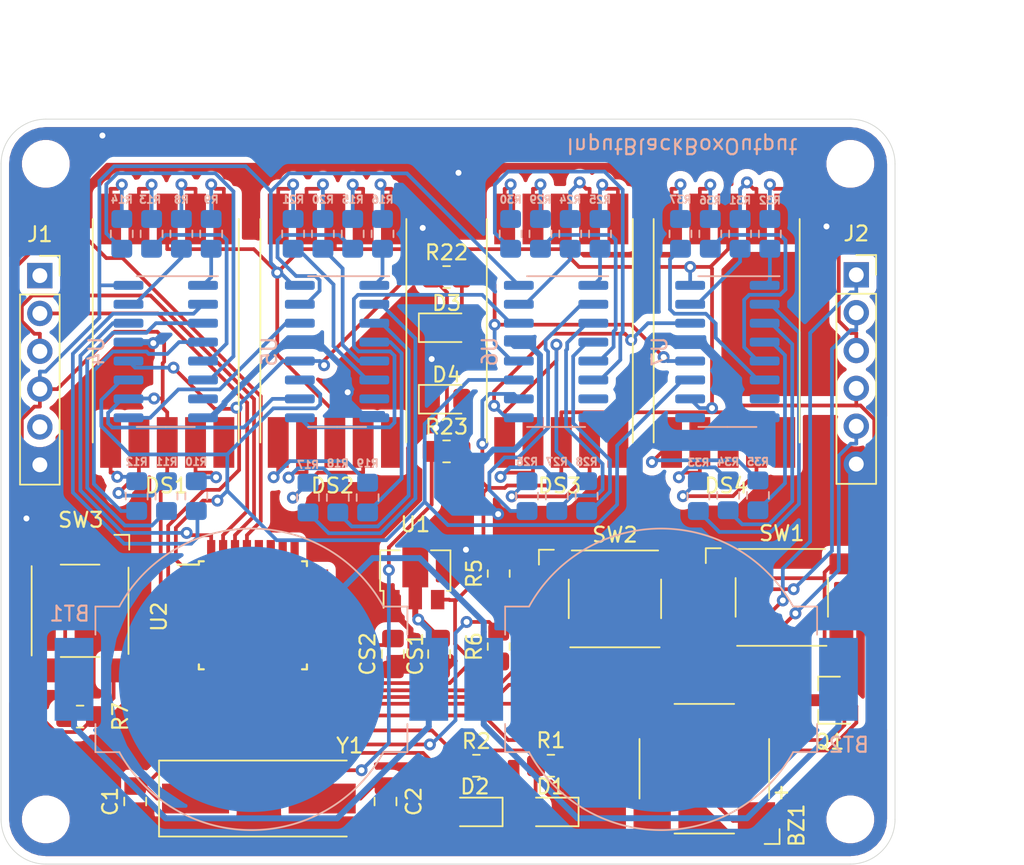
<source format=kicad_pcb>
(kicad_pcb (version 20171130) (host pcbnew "(5.1.12)-1")
  (layers (0 F.Cu signal) (31 B.Cu signal) (34 B.Paste user) (35 F.Paste user) (36 B.SilkS user) (37 F.SilkS user) (38 B.Mask user) (39 F.Mask user) (44 Edge.Cuts user))
  (net 0 "")
  (net 1 GND)
  (net 2 +BATT)
  (net 3 "Net-(BZ1-Pad2)")
  (net 4 /XTAL_1)
  (net 5 /XTAL_2)
  (net 6 "Net-(D1-Pad2)")
  (net 7 "Net-(D2-Pad2)")
  (net 8 "Net-(D3-Pad2)")
  (net 9 "Net-(D4-Pad2)")
  (net 10 /RX)
  (net 11 /TX)
  (net 12 /BTN_2)
  (net 13 /BTN_1)
  (net 14 /BUZZER)
  (net 15 /RESET)
  (net 16 +3V3)
  (net 17 /LED)
  (net 18 LED:)
  (net 19 SERIAL_DATA)
  (net 20 /SCK)
  (net 21 /MISO)
  (net 22 /MOSI)
  (net 23 LATCH)
  (net 24 SERIAL_CLOCK)
  (net 25 "Net-(R8-Pad2)")
  (net 26 /Display/1_OUT)
  (net 27 "Net-(R14-Pad2)")
  (net 28 "Net-(R13-Pad2)")
  (net 29 "Net-(R12-Pad2)")
  (net 30 "Net-(R11-Pad2)")
  (net 31 "Net-(R10-Pad2)")
  (net 32 "Net-(R9-Pad2)")
  (net 33 "Net-(R15-Pad2)")
  (net 34 /Display/2_OUT)
  (net 35 "Net-(R21-Pad2)")
  (net 36 "Net-(R20-Pad2)")
  (net 37 "Net-(R19-Pad2)")
  (net 38 "Net-(R18-Pad2)")
  (net 39 "Net-(R17-Pad2)")
  (net 40 "Net-(R16-Pad2)")
  (net 41 "Net-(R24-Pad2)")
  (net 42 /Display/3_OUT)
  (net 43 "Net-(R30-Pad2)")
  (net 44 "Net-(R29-Pad2)")
  (net 45 "Net-(R28-Pad2)")
  (net 46 "Net-(R27-Pad2)")
  (net 47 "Net-(R26-Pad2)")
  (net 48 "Net-(R25-Pad2)")
  (net 49 "Net-(R31-Pad2)")
  (net 50 "Net-(R37-Pad2)")
  (net 51 "Net-(R36-Pad2)")
  (net 52 "Net-(R35-Pad2)")
  (net 53 "Net-(R34-Pad2)")
  (net 54 "Net-(R33-Pad2)")
  (net 55 "Net-(R32-Pad2)")
  (net 56 "Net-(DS1-Pad2)")
  (net 57 "Net-(DS1-Pad4)")
  (net 58 "Net-(DS1-Pad1)")
  (net 59 "Net-(DS1-Pad6)")
  (net 60 "Net-(DS1-Pad7)")
  (net 61 "Net-(DS1-Pad9)")
  (net 62 "Net-(DS1-Pad10)")
  (net 63 "Net-(DS2-Pad2)")
  (net 64 "Net-(DS2-Pad4)")
  (net 65 "Net-(DS2-Pad1)")
  (net 66 "Net-(DS2-Pad6)")
  (net 67 "Net-(DS2-Pad7)")
  (net 68 "Net-(DS2-Pad9)")
  (net 69 "Net-(DS2-Pad10)")
  (net 70 "Net-(DS3-Pad2)")
  (net 71 "Net-(DS3-Pad4)")
  (net 72 "Net-(DS3-Pad1)")
  (net 73 "Net-(DS3-Pad6)")
  (net 74 "Net-(DS3-Pad7)")
  (net 75 "Net-(DS3-Pad9)")
  (net 76 "Net-(DS3-Pad10)")
  (net 77 "Net-(DS4-Pad2)")
  (net 78 "Net-(DS4-Pad4)")
  (net 79 "Net-(DS4-Pad1)")
  (net 80 "Net-(DS4-Pad6)")
  (net 81 "Net-(DS4-Pad7)")
  (net 82 "Net-(DS4-Pad9)")
  (net 83 "Net-(DS4-Pad10)")
  (net 84 "Net-(BT1-Pad2)")
  (module MountingHole:MountingHole_2.2mm_M2 (layer F.Cu) (at 175.6 118)
    (fp_text reference H4)
    (fp_text value MountingHole)
    (pad 1 np_thru_hole circle (at 0 0) (size 2.2 2.2) (drill 2.2) (layers *.Cu *.Mask))
  )
  (module MountingHole:MountingHole_2.2mm_M2 (layer F.Cu) (at 121.6 118)
    (fp_text reference H3)
    (fp_text value MountingHole)
    (pad 1 np_thru_hole circle (at 0 0) (size 2.2 2.2) (drill 2.2) (layers *.Cu *.Mask))
  )
  (module MountingHole:MountingHole_2.2mm_M2 (layer F.Cu) (at 175.6 74)
    (fp_text reference H2)
    (fp_text value MountingHole)
    (pad 1 np_thru_hole circle (at 0 0) (size 2.2 2.2) (drill 2.2) (layers *.Cu *.Mask))
  )
  (module MountingHole:MountingHole_2.2mm_M2 (layer F.Cu) (at 121.6 74)
    (fp_text reference H1)
    (fp_text value MountingHole)
    (pad 1 np_thru_hole circle (at 0 0) (size 2.2 2.2) (drill 2.2) (layers *.Cu *.Mask))
  )
  (module Connector_PinSocket_2.54mm:PinSocket_1x06_P2.54mm_Vertical (layer F.Cu) (at 176 81.45)
    (fp_text reference J2 (at 0 -2.77) (layer F.SilkS))
    (fp_text value Conn_01x06_Female)
    (pad 6 thru_hole oval (at 0 12.7) (size 1.7 1.7) (drill 1) (layers *.Cu *.Mask) (net 1 GND))
    (pad 5 thru_hole oval (at 0 10.16) (size 1.7 1.7) (drill 1) (layers *.Cu *.Mask) (net 22 /MOSI))
    (pad 4 thru_hole oval (at 0 7.62) (size 1.7 1.7) (drill 1) (layers *.Cu *.Mask) (net 16 +3V3))
    (pad 3 thru_hole oval (at 0 5.08) (size 1.7 1.7) (drill 1) (layers *.Cu *.Mask) (net 15 /RESET))
    (pad 2 thru_hole oval (at 0 2.54) (size 1.7 1.7) (drill 1) (layers *.Cu *.Mask) (net 20 /SCK))
    (pad 1 thru_hole rect (at 0 0) (size 1.7 1.7) (drill 1) (layers *.Cu *.Mask) (net 21 /MISO))
  )
  (module Resistor_SMD:R_0805_2012Metric_Pad1.20x1.40mm_HandSolder (layer B.Cu) (at 164.2 78.7 270)
    (fp_text reference R37 (at -2.3 0) (layer B.SilkS) (effects (font (size 0.5 0.5) (thickness 0.125)) (justify mirror)))
    (fp_text value 220R)
    (pad 2 smd roundrect (at 1 0 270) (size 1.2 1.4) (layers B.Cu B.Paste B.Mask) (roundrect_rratio 0.208333) (net 50 "Net-(R37-Pad2)"))
    (pad 1 smd roundrect (at -1 0 270) (size 1.2 1.4) (layers B.Cu B.Paste B.Mask) (roundrect_rratio 0.208333) (net 83 "Net-(DS4-Pad10)"))
  )
  (module Resistor_SMD:R_0805_2012Metric_Pad1.20x1.40mm_HandSolder (layer B.Cu) (at 166.2 78.7 270)
    (fp_text reference R36 (at -2.25 0 180) (layer B.SilkS) (effects (font (size 0.5 0.5) (thickness 0.125)) (justify mirror)))
    (fp_text value 220R)
    (pad 2 smd roundrect (at 1 0 270) (size 1.2 1.4) (layers B.Cu B.Paste B.Mask) (roundrect_rratio 0.208333) (net 51 "Net-(R36-Pad2)"))
    (pad 1 smd roundrect (at -1 0 270) (size 1.2 1.4) (layers B.Cu B.Paste B.Mask) (roundrect_rratio 0.208333) (net 82 "Net-(DS4-Pad9)"))
  )
  (module Resistor_SMD:R_0805_2012Metric_Pad1.20x1.40mm_HandSolder (layer B.Cu) (at 169.4 96.25 270)
    (fp_text reference R35 (at -2.25 0 180) (layer B.SilkS) (effects (font (size 0.5 0.5) (thickness 0.125)) (justify mirror)))
    (fp_text value 220R)
    (pad 2 smd roundrect (at 1 0 270) (size 1.2 1.4) (layers B.Cu B.Paste B.Mask) (roundrect_rratio 0.208333) (net 52 "Net-(R35-Pad2)"))
    (pad 1 smd roundrect (at -1 0 270) (size 1.2 1.4) (layers B.Cu B.Paste B.Mask) (roundrect_rratio 0.208333) (net 79 "Net-(DS4-Pad1)"))
  )
  (module Resistor_SMD:R_0805_2012Metric_Pad1.20x1.40mm_HandSolder (layer B.Cu) (at 167.4 96.25 270)
    (fp_text reference R34 (at -2.25 0 180) (layer B.SilkS) (effects (font (size 0.5 0.5) (thickness 0.125)) (justify mirror)))
    (fp_text value 220R)
    (pad 2 smd roundrect (at 1 0 270) (size 1.2 1.4) (layers B.Cu B.Paste B.Mask) (roundrect_rratio 0.208333) (net 53 "Net-(R34-Pad2)"))
    (pad 1 smd roundrect (at -1 0 270) (size 1.2 1.4) (layers B.Cu B.Paste B.Mask) (roundrect_rratio 0.208333) (net 77 "Net-(DS4-Pad2)"))
  )
  (module Resistor_SMD:R_0805_2012Metric_Pad1.20x1.40mm_HandSolder (layer B.Cu) (at 165.4 96.3 270)
    (fp_text reference R33 (at -2.25 0) (layer B.SilkS) (effects (font (size 0.5 0.5) (thickness 0.125)) (justify mirror)))
    (fp_text value 220R)
    (pad 2 smd roundrect (at 1 0 270) (size 1.2 1.4) (layers B.Cu B.Paste B.Mask) (roundrect_rratio 0.208333) (net 54 "Net-(R33-Pad2)"))
    (pad 1 smd roundrect (at -1 0 270) (size 1.2 1.4) (layers B.Cu B.Paste B.Mask) (roundrect_rratio 0.208333) (net 78 "Net-(DS4-Pad4)"))
  )
  (module Resistor_SMD:R_0805_2012Metric_Pad1.20x1.40mm_HandSolder (layer B.Cu) (at 170.2 78.7 270)
    (fp_text reference R32 (at -2.25 0 180) (layer B.SilkS) (effects (font (size 0.5 0.5) (thickness 0.125)) (justify mirror)))
    (fp_text value 220R)
    (pad 2 smd roundrect (at 1 0 270) (size 1.2 1.4) (layers B.Cu B.Paste B.Mask) (roundrect_rratio 0.208333) (net 55 "Net-(R32-Pad2)"))
    (pad 1 smd roundrect (at -1 0 270) (size 1.2 1.4) (layers B.Cu B.Paste B.Mask) (roundrect_rratio 0.208333) (net 80 "Net-(DS4-Pad6)"))
  )
  (module Resistor_SMD:R_0805_2012Metric_Pad1.20x1.40mm_HandSolder (layer B.Cu) (at 168.2 78.7 270)
    (fp_text reference R31 (at -2.25 0 180) (layer B.SilkS) (effects (font (size 0.5 0.5) (thickness 0.125)) (justify mirror)))
    (fp_text value 220R)
    (pad 2 smd roundrect (at 1 0 270) (size 1.2 1.4) (layers B.Cu B.Paste B.Mask) (roundrect_rratio 0.208333) (net 49 "Net-(R31-Pad2)"))
    (pad 1 smd roundrect (at -1 0 270) (size 1.2 1.4) (layers B.Cu B.Paste B.Mask) (roundrect_rratio 0.208333) (net 81 "Net-(DS4-Pad7)"))
  )
  (module Resistor_SMD:R_0805_2012Metric_Pad1.20x1.40mm_HandSolder (layer B.Cu) (at 152.8 78.7 270)
    (fp_text reference R30 (at -2.3 0 180) (layer B.SilkS) (effects (font (size 0.5 0.5) (thickness 0.125)) (justify mirror)))
    (fp_text value 220R)
    (pad 2 smd roundrect (at 1 0 270) (size 1.2 1.4) (layers B.Cu B.Paste B.Mask) (roundrect_rratio 0.208333) (net 43 "Net-(R30-Pad2)"))
    (pad 1 smd roundrect (at -1 0 270) (size 1.2 1.4) (layers B.Cu B.Paste B.Mask) (roundrect_rratio 0.208333) (net 76 "Net-(DS3-Pad10)"))
  )
  (module Resistor_SMD:R_0805_2012Metric_Pad1.20x1.40mm_HandSolder (layer B.Cu) (at 154.8 78.7 270)
    (fp_text reference R29 (at -2.3 0) (layer B.SilkS) (effects (font (size 0.5 0.5) (thickness 0.125)) (justify mirror)))
    (fp_text value 220R)
    (pad 2 smd roundrect (at 1 0 270) (size 1.2 1.4) (layers B.Cu B.Paste B.Mask) (roundrect_rratio 0.208333) (net 44 "Net-(R29-Pad2)"))
    (pad 1 smd roundrect (at -1 0 270) (size 1.2 1.4) (layers B.Cu B.Paste B.Mask) (roundrect_rratio 0.208333) (net 75 "Net-(DS3-Pad9)"))
  )
  (module Resistor_SMD:R_0805_2012Metric_Pad1.20x1.40mm_HandSolder (layer B.Cu) (at 157.9 96.3 270)
    (fp_text reference R28 (at -2.3 0) (layer B.SilkS) (effects (font (size 0.5 0.5) (thickness 0.125)) (justify mirror)))
    (fp_text value 220R)
    (pad 2 smd roundrect (at 1 0 270) (size 1.2 1.4) (layers B.Cu B.Paste B.Mask) (roundrect_rratio 0.208333) (net 45 "Net-(R28-Pad2)"))
    (pad 1 smd roundrect (at -1 0 270) (size 1.2 1.4) (layers B.Cu B.Paste B.Mask) (roundrect_rratio 0.208333) (net 72 "Net-(DS3-Pad1)"))
  )
  (module Resistor_SMD:R_0805_2012Metric_Pad1.20x1.40mm_HandSolder (layer B.Cu) (at 155.9 96.3 270)
    (fp_text reference R27 (at -2.3 0) (layer B.SilkS) (effects (font (size 0.5 0.5) (thickness 0.125)) (justify mirror)))
    (fp_text value 220R)
    (pad 2 smd roundrect (at 1 0 270) (size 1.2 1.4) (layers B.Cu B.Paste B.Mask) (roundrect_rratio 0.208333) (net 46 "Net-(R27-Pad2)"))
    (pad 1 smd roundrect (at -1 0 270) (size 1.2 1.4) (layers B.Cu B.Paste B.Mask) (roundrect_rratio 0.208333) (net 70 "Net-(DS3-Pad2)"))
  )
  (module Resistor_SMD:R_0805_2012Metric_Pad1.20x1.40mm_HandSolder (layer B.Cu) (at 153.9 96.3 270)
    (fp_text reference R26 (at -2.3 0 180) (layer B.SilkS) (effects (font (size 0.5 0.5) (thickness 0.125)) (justify mirror)))
    (fp_text value 220R)
    (pad 2 smd roundrect (at 1 0 270) (size 1.2 1.4) (layers B.Cu B.Paste B.Mask) (roundrect_rratio 0.208333) (net 47 "Net-(R26-Pad2)"))
    (pad 1 smd roundrect (at -1 0 270) (size 1.2 1.4) (layers B.Cu B.Paste B.Mask) (roundrect_rratio 0.208333) (net 71 "Net-(DS3-Pad4)"))
  )
  (module Resistor_SMD:R_0805_2012Metric_Pad1.20x1.40mm_HandSolder (layer B.Cu) (at 158.8 78.7 270)
    (fp_text reference R25 (at -2.3 0 180) (layer B.SilkS) (effects (font (size 0.5 0.5) (thickness 0.125)) (justify mirror)))
    (fp_text value 220R)
    (pad 2 smd roundrect (at 1 0 270) (size 1.2 1.4) (layers B.Cu B.Paste B.Mask) (roundrect_rratio 0.208333) (net 48 "Net-(R25-Pad2)"))
    (pad 1 smd roundrect (at -1 0 270) (size 1.2 1.4) (layers B.Cu B.Paste B.Mask) (roundrect_rratio 0.208333) (net 73 "Net-(DS3-Pad6)"))
  )
  (module Resistor_SMD:R_0805_2012Metric_Pad1.20x1.40mm_HandSolder (layer B.Cu) (at 156.8 78.7 270)
    (fp_text reference R24 (at -2.3 0 180) (layer B.SilkS) (effects (font (size 0.5 0.5) (thickness 0.125)) (justify mirror)))
    (fp_text value 220R)
    (pad 2 smd roundrect (at 1 0 270) (size 1.2 1.4) (layers B.Cu B.Paste B.Mask) (roundrect_rratio 0.208333) (net 41 "Net-(R24-Pad2)"))
    (pad 1 smd roundrect (at -1 0 270) (size 1.2 1.4) (layers B.Cu B.Paste B.Mask) (roundrect_rratio 0.208333) (net 74 "Net-(DS3-Pad7)"))
  )
  (module Resistor_SMD:R_0805_2012Metric_Pad1.20x1.40mm_HandSolder (layer B.Cu) (at 138.2 78.7 270)
    (fp_text reference R21 (at -2.3 0) (layer B.SilkS) (effects (font (size 0.5 0.5) (thickness 0.125)) (justify mirror)))
    (fp_text value 220R)
    (pad 2 smd roundrect (at 1 0 270) (size 1.2 1.4) (layers B.Cu B.Paste B.Mask) (roundrect_rratio 0.208333) (net 35 "Net-(R21-Pad2)"))
    (pad 1 smd roundrect (at -1 0 270) (size 1.2 1.4) (layers B.Cu B.Paste B.Mask) (roundrect_rratio 0.208333) (net 69 "Net-(DS2-Pad10)"))
  )
  (module Resistor_SMD:R_0805_2012Metric_Pad1.20x1.40mm_HandSolder (layer B.Cu) (at 140.2 78.7 270)
    (fp_text reference R20 (at -2.3 0) (layer B.SilkS) (effects (font (size 0.5 0.5) (thickness 0.125)) (justify mirror)))
    (fp_text value 220R)
    (pad 2 smd roundrect (at 1 0 270) (size 1.2 1.4) (layers B.Cu B.Paste B.Mask) (roundrect_rratio 0.208333) (net 36 "Net-(R20-Pad2)"))
    (pad 1 smd roundrect (at -1 0 270) (size 1.2 1.4) (layers B.Cu B.Paste B.Mask) (roundrect_rratio 0.208333) (net 68 "Net-(DS2-Pad9)"))
  )
  (module Resistor_SMD:R_0805_2012Metric_Pad1.20x1.40mm_HandSolder (layer B.Cu) (at 143.2 96.4 270)
    (fp_text reference R19 (at -2.3 0) (layer B.SilkS) (effects (font (size 0.5 0.5) (thickness 0.125)) (justify mirror)))
    (fp_text value 220R)
    (pad 2 smd roundrect (at 1 0 270) (size 1.2 1.4) (layers B.Cu B.Paste B.Mask) (roundrect_rratio 0.208333) (net 37 "Net-(R19-Pad2)"))
    (pad 1 smd roundrect (at -1 0 270) (size 1.2 1.4) (layers B.Cu B.Paste B.Mask) (roundrect_rratio 0.208333) (net 65 "Net-(DS2-Pad1)"))
  )
  (module Resistor_SMD:R_0805_2012Metric_Pad1.20x1.40mm_HandSolder (layer B.Cu) (at 141.2 96.4 270)
    (fp_text reference R18 (at -2.3 0) (layer B.SilkS) (effects (font (size 0.5 0.5) (thickness 0.125)) (justify mirror)))
    (fp_text value 220R)
    (pad 2 smd roundrect (at 1 0 270) (size 1.2 1.4) (layers B.Cu B.Paste B.Mask) (roundrect_rratio 0.208333) (net 38 "Net-(R18-Pad2)"))
    (pad 1 smd roundrect (at -1 0 270) (size 1.2 1.4) (layers B.Cu B.Paste B.Mask) (roundrect_rratio 0.208333) (net 63 "Net-(DS2-Pad2)"))
  )
  (module Resistor_SMD:R_0805_2012Metric_Pad1.20x1.40mm_HandSolder (layer B.Cu) (at 139.2 96.4 270)
    (fp_text reference R17 (at -2.2 0) (layer B.SilkS) (effects (font (size 0.5 0.5) (thickness 0.125)) (justify mirror)))
    (fp_text value 220R)
    (pad 2 smd roundrect (at 1 0 270) (size 1.2 1.4) (layers B.Cu B.Paste B.Mask) (roundrect_rratio 0.208333) (net 39 "Net-(R17-Pad2)"))
    (pad 1 smd roundrect (at -1 0 270) (size 1.2 1.4) (layers B.Cu B.Paste B.Mask) (roundrect_rratio 0.208333) (net 64 "Net-(DS2-Pad4)"))
  )
  (module Resistor_SMD:R_0805_2012Metric_Pad1.20x1.40mm_HandSolder (layer B.Cu) (at 144.2 78.7 270)
    (fp_text reference R16 (at -2.3 0) (layer B.SilkS) (effects (font (size 0.5 0.5) (thickness 0.125)) (justify mirror)))
    (fp_text value 220R)
    (pad 2 smd roundrect (at 1 0 270) (size 1.2 1.4) (layers B.Cu B.Paste B.Mask) (roundrect_rratio 0.208333) (net 40 "Net-(R16-Pad2)"))
    (pad 1 smd roundrect (at -1 0 270) (size 1.2 1.4) (layers B.Cu B.Paste B.Mask) (roundrect_rratio 0.208333) (net 66 "Net-(DS2-Pad6)"))
  )
  (module Resistor_SMD:R_0805_2012Metric_Pad1.20x1.40mm_HandSolder (layer B.Cu) (at 142.2 78.7 270)
    (fp_text reference R15 (at -2.3 0) (layer B.SilkS) (effects (font (size 0.5 0.5) (thickness 0.125)) (justify mirror)))
    (fp_text value 220R)
    (pad 2 smd roundrect (at 1 0 270) (size 1.2 1.4) (layers B.Cu B.Paste B.Mask) (roundrect_rratio 0.208333) (net 33 "Net-(R15-Pad2)"))
    (pad 1 smd roundrect (at -1 0 270) (size 1.2 1.4) (layers B.Cu B.Paste B.Mask) (roundrect_rratio 0.208333) (net 67 "Net-(DS2-Pad7)"))
  )
  (module Resistor_SMD:R_0805_2012Metric_Pad1.20x1.40mm_HandSolder (layer B.Cu) (at 126.7 78.7 270)
    (fp_text reference R14 (at -2.3 0) (layer B.SilkS) (effects (font (size 0.5 0.5) (thickness 0.125)) (justify mirror)))
    (fp_text value 220R)
    (pad 1 smd roundrect (at -1 0 270) (size 1.2 1.4) (layers B.Cu B.Paste B.Mask) (roundrect_rratio 0.208333) (net 62 "Net-(DS1-Pad10)"))
    (pad 2 smd roundrect (at 1 0 270) (size 1.2 1.4) (layers B.Cu B.Paste B.Mask) (roundrect_rratio 0.208333) (net 27 "Net-(R14-Pad2)"))
  )
  (module Resistor_SMD:R_0805_2012Metric_Pad1.20x1.40mm_HandSolder (layer B.Cu) (at 128.7 78.7 270)
    (fp_text reference R13 (at -2.3 0.1 180) (layer B.SilkS) (effects (font (size 0.5 0.5) (thickness 0.125)) (justify mirror)))
    (fp_text value 220R)
    (pad 1 smd roundrect (at -1 0 270) (size 1.2 1.4) (layers B.Cu B.Paste B.Mask) (roundrect_rratio 0.208333) (net 61 "Net-(DS1-Pad9)"))
    (pad 2 smd roundrect (at 1 0 270) (size 1.2 1.4) (layers B.Cu B.Paste B.Mask) (roundrect_rratio 0.208333) (net 28 "Net-(R13-Pad2)"))
  )
  (module Resistor_SMD:R_0805_2012Metric_Pad1.20x1.40mm_HandSolder (layer B.Cu) (at 127.7 96.3 270)
    (fp_text reference R12 (at -2.3 0 180) (layer B.SilkS) (effects (font (size 0.5 0.5) (thickness 0.125)) (justify mirror)))
    (fp_text value 220R)
    (pad 1 smd roundrect (at -1 0 270) (size 1.2 1.4) (layers B.Cu B.Paste B.Mask) (roundrect_rratio 0.208333) (net 58 "Net-(DS1-Pad1)"))
    (pad 2 smd roundrect (at 1 0 270) (size 1.2 1.4) (layers B.Cu B.Paste B.Mask) (roundrect_rratio 0.208333) (net 29 "Net-(R12-Pad2)"))
  )
  (module Resistor_SMD:R_0805_2012Metric_Pad1.20x1.40mm_HandSolder (layer B.Cu) (at 129.7 96.3 270)
    (fp_text reference R11 (at -2.3 0 180) (layer B.SilkS) (effects (font (size 0.5 0.5) (thickness 0.125)) (justify mirror)))
    (fp_text value 220R)
    (pad 1 smd roundrect (at -1 0 270) (size 1.2 1.4) (layers B.Cu B.Paste B.Mask) (roundrect_rratio 0.208333) (net 56 "Net-(DS1-Pad2)"))
    (pad 2 smd roundrect (at 1 0 270) (size 1.2 1.4) (layers B.Cu B.Paste B.Mask) (roundrect_rratio 0.208333) (net 30 "Net-(R11-Pad2)"))
  )
  (module Resistor_SMD:R_0805_2012Metric_Pad1.20x1.40mm_HandSolder (layer B.Cu) (at 131.7 96.3 270)
    (fp_text reference R10 (at -2.3 0 180) (layer B.SilkS) (effects (font (size 0.5 0.5) (thickness 0.125)) (justify mirror)))
    (fp_text value 220R)
    (pad 1 smd roundrect (at -1 0 270) (size 1.2 1.4) (layers B.Cu B.Paste B.Mask) (roundrect_rratio 0.208333) (net 57 "Net-(DS1-Pad4)"))
    (pad 2 smd roundrect (at 1 0 270) (size 1.2 1.4) (layers B.Cu B.Paste B.Mask) (roundrect_rratio 0.208333) (net 31 "Net-(R10-Pad2)"))
  )
  (module Resistor_SMD:R_0805_2012Metric_Pad1.20x1.40mm_HandSolder (layer B.Cu) (at 132.7 78.7 270)
    (fp_text reference R9 (at -2.3 0) (layer B.SilkS) (effects (font (size 0.5 0.5) (thickness 0.125)) (justify mirror)))
    (fp_text value 220R)
    (pad 1 smd roundrect (at -1 0 270) (size 1.2 1.4) (layers B.Cu B.Paste B.Mask) (roundrect_rratio 0.208333) (net 59 "Net-(DS1-Pad6)"))
    (pad 2 smd roundrect (at 1 0 270) (size 1.2 1.4) (layers B.Cu B.Paste B.Mask) (roundrect_rratio 0.208333) (net 32 "Net-(R9-Pad2)"))
  )
  (module Resistor_SMD:R_0805_2012Metric_Pad1.20x1.40mm_HandSolder (layer B.Cu) (at 130.7 78.7 270)
    (fp_text reference R8 (at -2.3 0) (layer B.SilkS) (effects (font (size 0.5 0.5) (thickness 0.125)) (justify mirror)))
    (fp_text value 220R)
    (pad 1 smd roundrect (at -1 0 270) (size 1.2 1.4) (layers B.Cu B.Paste B.Mask) (roundrect_rratio 0.208333) (net 60 "Net-(DS1-Pad7)"))
    (pad 2 smd roundrect (at 1 0 270) (size 1.2 1.4) (layers B.Cu B.Paste B.Mask) (roundrect_rratio 0.208333) (net 25 "Net-(R8-Pad2)"))
  )
  (module Board:ELSS-406SURWA (layer F.Cu) (at 167.3 75.6)
    (fp_text reference DS4 (at -0.03 20) (layer F.SilkS))
    (fp_text value ELSS-406SURWA)
    (pad 10 smd rect (at -3.7 2.1) (size 1.4 3.4) (layers F.Cu F.Paste F.Mask) (net 83 "Net-(DS4-Pad10)"))
    (pad 9 smd rect (at -1.8 2.1) (size 1.4 3.4) (layers F.Cu F.Paste F.Mask) (net 82 "Net-(DS4-Pad9)"))
    (pad 8 smd rect (at 0.1 2.1) (size 1.4 3.4) (layers F.Cu F.Paste F.Mask) (net 16 +3V3))
    (pad 7 smd rect (at 2 2.1) (size 1.4 3.4) (layers F.Cu F.Paste F.Mask) (net 81 "Net-(DS4-Pad7)"))
    (pad 6 smd rect (at 3.9 2.1) (size 1.4 3.4) (layers F.Cu F.Paste F.Mask) (net 80 "Net-(DS4-Pad6)"))
    (pad 1 smd rect (at -3.7 17.1) (size 1.4 3.4) (layers F.Cu F.Paste F.Mask) (net 79 "Net-(DS4-Pad1)"))
    (pad 5 smd rect (at 3.9 17.1) (size 1.4 3.4) (layers F.Cu F.Paste F.Mask))
    (pad 4 smd rect (at 2 17.1) (size 1.4 3.4) (layers F.Cu F.Paste F.Mask) (net 78 "Net-(DS4-Pad4)"))
    (pad 3 smd rect (at 0.1 17.1) (size 1.4 3.4) (layers F.Cu F.Paste F.Mask) (net 16 +3V3))
    (pad 2 smd rect (at -1.8 17.1) (size 1.4 3.4) (layers F.Cu F.Paste F.Mask) (net 77 "Net-(DS4-Pad2)"))
  )
  (module Board:ELSS-406SURWA (layer F.Cu) (at 156.1 75.6)
    (fp_text reference DS3 (at -0.01 20) (layer F.SilkS))
    (fp_text value ELSS-406SURWA)
    (pad 10 smd rect (at -3.7 2.1) (size 1.4 3.4) (layers F.Cu F.Paste F.Mask) (net 76 "Net-(DS3-Pad10)"))
    (pad 9 smd rect (at -1.8 2.1) (size 1.4 3.4) (layers F.Cu F.Paste F.Mask) (net 75 "Net-(DS3-Pad9)"))
    (pad 8 smd rect (at 0.1 2.1) (size 1.4 3.4) (layers F.Cu F.Paste F.Mask) (net 16 +3V3))
    (pad 7 smd rect (at 2 2.1) (size 1.4 3.4) (layers F.Cu F.Paste F.Mask) (net 74 "Net-(DS3-Pad7)"))
    (pad 6 smd rect (at 3.9 2.1) (size 1.4 3.4) (layers F.Cu F.Paste F.Mask) (net 73 "Net-(DS3-Pad6)"))
    (pad 1 smd rect (at -3.7 17.1) (size 1.4 3.4) (layers F.Cu F.Paste F.Mask) (net 72 "Net-(DS3-Pad1)"))
    (pad 5 smd rect (at 3.9 17.1) (size 1.4 3.4) (layers F.Cu F.Paste F.Mask))
    (pad 4 smd rect (at 2 17.1) (size 1.4 3.4) (layers F.Cu F.Paste F.Mask) (net 71 "Net-(DS3-Pad4)"))
    (pad 3 smd rect (at 0.1 17.1) (size 1.4 3.4) (layers F.Cu F.Paste F.Mask) (net 16 +3V3))
    (pad 2 smd rect (at -1.8 17.1) (size 1.4 3.4) (layers F.Cu F.Paste F.Mask) (net 70 "Net-(DS3-Pad2)"))
  )
  (module Board:ELSS-406SURWA (layer F.Cu) (at 140.9 75.6)
    (fp_text reference DS2 (at -0.05 20) (layer F.SilkS))
    (fp_text value ELSS-406SURWA)
    (pad 10 smd rect (at -3.7 2.1) (size 1.4 3.4) (layers F.Cu F.Paste F.Mask) (net 69 "Net-(DS2-Pad10)"))
    (pad 9 smd rect (at -1.8 2.1) (size 1.4 3.4) (layers F.Cu F.Paste F.Mask) (net 68 "Net-(DS2-Pad9)"))
    (pad 8 smd rect (at 0.1 2.1) (size 1.4 3.4) (layers F.Cu F.Paste F.Mask) (net 16 +3V3))
    (pad 7 smd rect (at 2 2.1) (size 1.4 3.4) (layers F.Cu F.Paste F.Mask) (net 67 "Net-(DS2-Pad7)"))
    (pad 6 smd rect (at 3.9 2.1) (size 1.4 3.4) (layers F.Cu F.Paste F.Mask) (net 66 "Net-(DS2-Pad6)"))
    (pad 1 smd rect (at -3.7 17.1) (size 1.4 3.4) (layers F.Cu F.Paste F.Mask) (net 65 "Net-(DS2-Pad1)"))
    (pad 5 smd rect (at 3.9 17.1) (size 1.4 3.4) (layers F.Cu F.Paste F.Mask))
    (pad 4 smd rect (at 2 17.1) (size 1.4 3.4) (layers F.Cu F.Paste F.Mask) (net 64 "Net-(DS2-Pad4)"))
    (pad 3 smd rect (at 0.1 17.1) (size 1.4 3.4) (layers F.Cu F.Paste F.Mask) (net 16 +3V3))
    (pad 2 smd rect (at -1.8 17.1) (size 1.4 3.4) (layers F.Cu F.Paste F.Mask) (net 63 "Net-(DS2-Pad2)"))
  )
  (module Board:ELSS-406SURWA (layer F.Cu) (at 129.65 75.6)
    (fp_text reference DS1 (at 0.05 20) (layer F.SilkS))
    (fp_text value ELSS-406SURWA)
    (pad 10 smd rect (at -3.7 2.1) (size 1.4 3.4) (layers F.Cu F.Paste F.Mask) (net 62 "Net-(DS1-Pad10)"))
    (pad 9 smd rect (at -1.8 2.1) (size 1.4 3.4) (layers F.Cu F.Paste F.Mask) (net 61 "Net-(DS1-Pad9)"))
    (pad 8 smd rect (at 0.1 2.1) (size 1.4 3.4) (layers F.Cu F.Paste F.Mask) (net 16 +3V3))
    (pad 7 smd rect (at 2 2.1) (size 1.4 3.4) (layers F.Cu F.Paste F.Mask) (net 60 "Net-(DS1-Pad7)"))
    (pad 6 smd rect (at 3.9 2.1) (size 1.4 3.4) (layers F.Cu F.Paste F.Mask) (net 59 "Net-(DS1-Pad6)"))
    (pad 1 smd rect (at -3.7 17.1) (size 1.4 3.4) (layers F.Cu F.Paste F.Mask) (net 58 "Net-(DS1-Pad1)"))
    (pad 5 smd rect (at 3.9 17.1) (size 1.4 3.4) (layers F.Cu F.Paste F.Mask))
    (pad 4 smd rect (at 2 17.1) (size 1.4 3.4) (layers F.Cu F.Paste F.Mask) (net 57 "Net-(DS1-Pad4)"))
    (pad 3 smd rect (at 0.1 17.1) (size 1.4 3.4) (layers F.Cu F.Paste F.Mask) (net 16 +3V3))
    (pad 2 smd rect (at -1.8 17.1) (size 1.4 3.4) (layers F.Cu F.Paste F.Mask) (net 56 "Net-(DS1-Pad2)"))
  )
  (module Package_SO:SOP-16_3.9x9.9mm_P1.27mm (layer B.Cu) (at 167.35 86.6 180)
    (fp_text reference U7 (at 4.55 0 270) (layer B.SilkS) (effects (justify mirror)))
    (fp_text value 74HC595)
    (pad 1 smd roundrect (at -2.5 4.445 180) (size 2 0.6) (layers B.Cu B.Paste B.Mask) (net 55 "Net-(R32-Pad2)"))
    (pad 2 smd roundrect (at -2.5 3.175 180) (size 2 0.6) (layers B.Cu B.Paste B.Mask) (net 54 "Net-(R33-Pad2)"))
    (pad 3 smd roundrect (at -2.5 1.905 180) (size 2 0.6) (layers B.Cu B.Paste B.Mask) (net 53 "Net-(R34-Pad2)"))
    (pad 4 smd roundrect (at -2.5 0.635 180) (size 2 0.6) (layers B.Cu B.Paste B.Mask) (net 52 "Net-(R35-Pad2)"))
    (pad 5 smd roundrect (at -2.5 -0.635 180) (size 2 0.6) (layers B.Cu B.Paste B.Mask) (net 51 "Net-(R36-Pad2)"))
    (pad 6 smd roundrect (at -2.5 -1.905 180) (size 2 0.6) (layers B.Cu B.Paste B.Mask) (net 50 "Net-(R37-Pad2)"))
    (pad 7 smd roundrect (at -2.5 -3.175 180) (size 2 0.6) (layers B.Cu B.Paste B.Mask))
    (pad 8 smd roundrect (at -2.5 -4.445 180) (size 2 0.6) (layers B.Cu B.Paste B.Mask) (net 1 GND))
    (pad 9 smd roundrect (at 2.5 -4.445 180) (size 2 0.6) (layers B.Cu B.Paste B.Mask))
    (pad 10 smd roundrect (at 2.5 -3.175 180) (size 2 0.6) (layers B.Cu B.Paste B.Mask) (net 16 +3V3))
    (pad 11 smd roundrect (at 2.5 -1.905 180) (size 2 0.6) (layers B.Cu B.Paste B.Mask) (net 24 SERIAL_CLOCK))
    (pad 12 smd roundrect (at 2.5 -0.635 180) (size 2 0.6) (layers B.Cu B.Paste B.Mask) (net 23 LATCH))
    (pad 13 smd roundrect (at 2.5 0.635 180) (size 2 0.6) (layers B.Cu B.Paste B.Mask) (net 1 GND))
    (pad 14 smd roundrect (at 2.5 1.905 180) (size 2 0.6) (layers B.Cu B.Paste B.Mask) (net 42 /Display/3_OUT))
    (pad 15 smd roundrect (at 2.5 3.175 180) (size 2 0.6) (layers B.Cu B.Paste B.Mask) (net 49 "Net-(R31-Pad2)"))
    (pad 16 smd roundrect (at 2.5 4.445 180) (size 2 0.6) (layers B.Cu B.Paste B.Mask) (net 16 +3V3))
  )
  (module Package_SO:SOP-16_3.9x9.9mm_P1.27mm (layer B.Cu) (at 155.85 86.6 180)
    (fp_text reference U6 (at 4.45 0 90) (layer B.SilkS) (effects (justify mirror)))
    (fp_text value 74HC595)
    (pad 1 smd roundrect (at -2.5 4.445 180) (size 2 0.6) (layers B.Cu B.Paste B.Mask) (net 48 "Net-(R25-Pad2)"))
    (pad 2 smd roundrect (at -2.5 3.175 180) (size 2 0.6) (layers B.Cu B.Paste B.Mask) (net 47 "Net-(R26-Pad2)"))
    (pad 3 smd roundrect (at -2.5 1.905 180) (size 2 0.6) (layers B.Cu B.Paste B.Mask) (net 46 "Net-(R27-Pad2)"))
    (pad 4 smd roundrect (at -2.5 0.635 180) (size 2 0.6) (layers B.Cu B.Paste B.Mask) (net 45 "Net-(R28-Pad2)"))
    (pad 5 smd roundrect (at -2.5 -0.635 180) (size 2 0.6) (layers B.Cu B.Paste B.Mask) (net 44 "Net-(R29-Pad2)"))
    (pad 6 smd roundrect (at -2.5 -1.905 180) (size 2 0.6) (layers B.Cu B.Paste B.Mask) (net 43 "Net-(R30-Pad2)"))
    (pad 7 smd roundrect (at -2.5 -3.175 180) (size 2 0.6) (layers B.Cu B.Paste B.Mask))
    (pad 8 smd roundrect (at -2.5 -4.445 180) (size 2 0.6) (layers B.Cu B.Paste B.Mask) (net 1 GND))
    (pad 9 smd roundrect (at 2.5 -4.445 180) (size 2 0.6) (layers B.Cu B.Paste B.Mask) (net 42 /Display/3_OUT))
    (pad 10 smd roundrect (at 2.5 -3.175 180) (size 2 0.6) (layers B.Cu B.Paste B.Mask) (net 16 +3V3))
    (pad 11 smd roundrect (at 2.5 -1.905 180) (size 2 0.6) (layers B.Cu B.Paste B.Mask) (net 24 SERIAL_CLOCK))
    (pad 12 smd roundrect (at 2.5 -0.635 180) (size 2 0.6) (layers B.Cu B.Paste B.Mask) (net 23 LATCH))
    (pad 13 smd roundrect (at 2.5 0.635 180) (size 2 0.6) (layers B.Cu B.Paste B.Mask) (net 1 GND))
    (pad 14 smd roundrect (at 2.5 1.905 180) (size 2 0.6) (layers B.Cu B.Paste B.Mask) (net 34 /Display/2_OUT))
    (pad 15 smd roundrect (at 2.5 3.175 180) (size 2 0.6) (layers B.Cu B.Paste B.Mask) (net 41 "Net-(R24-Pad2)"))
    (pad 16 smd roundrect (at 2.5 4.445 180) (size 2 0.6) (layers B.Cu B.Paste B.Mask) (net 16 +3V3))
  )
  (module Package_SO:SOP-16_3.9x9.9mm_P1.27mm (layer B.Cu) (at 141.15 86.6 180)
    (fp_text reference U5 (at 4.55 0 90) (layer B.SilkS) (effects (justify mirror)))
    (fp_text value 74HC595)
    (pad 1 smd roundrect (at -2.5 4.445 180) (size 2 0.6) (layers B.Cu B.Paste B.Mask) (net 40 "Net-(R16-Pad2)"))
    (pad 2 smd roundrect (at -2.5 3.175 180) (size 2 0.6) (layers B.Cu B.Paste B.Mask) (net 39 "Net-(R17-Pad2)"))
    (pad 3 smd roundrect (at -2.5 1.905 180) (size 2 0.6) (layers B.Cu B.Paste B.Mask) (net 38 "Net-(R18-Pad2)"))
    (pad 4 smd roundrect (at -2.5 0.635 180) (size 2 0.6) (layers B.Cu B.Paste B.Mask) (net 37 "Net-(R19-Pad2)"))
    (pad 5 smd roundrect (at -2.5 -0.635 180) (size 2 0.6) (layers B.Cu B.Paste B.Mask) (net 36 "Net-(R20-Pad2)"))
    (pad 6 smd roundrect (at -2.5 -1.905 180) (size 2 0.6) (layers B.Cu B.Paste B.Mask) (net 35 "Net-(R21-Pad2)"))
    (pad 7 smd roundrect (at -2.5 -3.175 180) (size 2 0.6) (layers B.Cu B.Paste B.Mask))
    (pad 8 smd roundrect (at -2.5 -4.445 180) (size 2 0.6) (layers B.Cu B.Paste B.Mask) (net 1 GND))
    (pad 9 smd roundrect (at 2.5 -4.445 180) (size 2 0.6) (layers B.Cu B.Paste B.Mask) (net 34 /Display/2_OUT))
    (pad 10 smd roundrect (at 2.5 -3.175 180) (size 2 0.6) (layers B.Cu B.Paste B.Mask) (net 16 +3V3))
    (pad 11 smd roundrect (at 2.5 -1.905 180) (size 2 0.6) (layers B.Cu B.Paste B.Mask) (net 24 SERIAL_CLOCK))
    (pad 12 smd roundrect (at 2.5 -0.635 180) (size 2 0.6) (layers B.Cu B.Paste B.Mask) (net 23 LATCH))
    (pad 13 smd roundrect (at 2.5 0.635 180) (size 2 0.6) (layers B.Cu B.Paste B.Mask) (net 1 GND))
    (pad 14 smd roundrect (at 2.5 1.905 180) (size 2 0.6) (layers B.Cu B.Paste B.Mask) (net 26 /Display/1_OUT))
    (pad 15 smd roundrect (at 2.5 3.175 180) (size 2 0.6) (layers B.Cu B.Paste B.Mask) (net 33 "Net-(R15-Pad2)"))
    (pad 16 smd roundrect (at 2.5 4.445 180) (size 2 0.6) (layers B.Cu B.Paste B.Mask) (net 16 +3V3))
  )
  (module Package_SO:SOP-16_3.9x9.9mm_P1.27mm (layer B.Cu) (at 129.65 86.6 180)
    (fp_text reference U4 (at 4.65 0 270) (layer B.SilkS) (effects (justify mirror)))
    (fp_text value 74HC595)
    (pad 1 smd roundrect (at -2.5 4.445 180) (size 2 0.6) (layers B.Cu B.Paste B.Mask) (net 32 "Net-(R9-Pad2)"))
    (pad 2 smd roundrect (at -2.5 3.175 180) (size 2 0.6) (layers B.Cu B.Paste B.Mask) (net 31 "Net-(R10-Pad2)"))
    (pad 3 smd roundrect (at -2.5 1.905 180) (size 2 0.6) (layers B.Cu B.Paste B.Mask) (net 30 "Net-(R11-Pad2)"))
    (pad 4 smd roundrect (at -2.5 0.635 180) (size 2 0.6) (layers B.Cu B.Paste B.Mask) (net 29 "Net-(R12-Pad2)"))
    (pad 5 smd roundrect (at -2.5 -0.635 180) (size 2 0.6) (layers B.Cu B.Paste B.Mask) (net 28 "Net-(R13-Pad2)"))
    (pad 6 smd roundrect (at -2.5 -1.905 180) (size 2 0.6) (layers B.Cu B.Paste B.Mask) (net 27 "Net-(R14-Pad2)"))
    (pad 7 smd roundrect (at -2.5 -3.175 180) (size 2 0.6) (layers B.Cu B.Paste B.Mask))
    (pad 8 smd roundrect (at -2.5 -4.445 180) (size 2 0.6) (layers B.Cu B.Paste B.Mask) (net 1 GND))
    (pad 9 smd roundrect (at 2.5 -4.445 180) (size 2 0.6) (layers B.Cu B.Paste B.Mask) (net 26 /Display/1_OUT))
    (pad 10 smd roundrect (at 2.5 -3.175 180) (size 2 0.6) (layers B.Cu B.Paste B.Mask) (net 16 +3V3))
    (pad 11 smd roundrect (at 2.5 -1.905 180) (size 2 0.6) (layers B.Cu B.Paste B.Mask) (net 24 SERIAL_CLOCK))
    (pad 12 smd roundrect (at 2.5 -0.635 180) (size 2 0.6) (layers B.Cu B.Paste B.Mask) (net 23 LATCH))
    (pad 13 smd roundrect (at 2.5 0.635 180) (size 2 0.6) (layers B.Cu B.Paste B.Mask) (net 1 GND))
    (pad 14 smd roundrect (at 2.5 1.905 180) (size 2 0.6) (layers B.Cu B.Paste B.Mask) (net 19 SERIAL_DATA))
    (pad 15 smd roundrect (at 2.5 3.175 180) (size 2 0.6) (layers B.Cu B.Paste B.Mask) (net 25 "Net-(R8-Pad2)"))
    (pad 16 smd roundrect (at 2.5 4.445 180) (size 2 0.6) (layers B.Cu B.Paste B.Mask) (net 16 +3V3))
  )
  (module Resistor_SMD:R_0805_2012Metric_Pad1.20x1.40mm_HandSolder (layer F.Cu) (at 148.5 93.3)
    (fp_text reference R23 (at 0 -1.65) (layer F.SilkS))
    (fp_text value 2.2k)
    (pad 2 smd roundrect (at 1 0) (size 1.2 1.4) (layers F.Cu F.Paste F.Mask) (roundrect_rratio 0.208333) (net 9 "Net-(D4-Pad2)"))
    (pad 1 smd roundrect (at -1 0) (size 1.2 1.4) (layers F.Cu F.Paste F.Mask) (roundrect_rratio 0.208333) (net 18 LED:))
  )
  (module Resistor_SMD:R_0805_2012Metric_Pad1.20x1.40mm_HandSolder (layer F.Cu) (at 148.5 81.6)
    (fp_text reference R22 (at 0 -1.65) (layer F.SilkS))
    (fp_text value 2.2k)
    (pad 2 smd roundrect (at 1 0) (size 1.2 1.4) (layers F.Cu F.Paste F.Mask) (roundrect_rratio 0.208333) (net 8 "Net-(D3-Pad2)"))
    (pad 1 smd roundrect (at -1 0) (size 1.2 1.4) (layers F.Cu F.Paste F.Mask) (roundrect_rratio 0.208333) (net 18 LED:))
  )
  (module LED_SMD:LED_0805_2012Metric_Pad1.15x1.40mm_HandSolder (layer F.Cu) (at 148.5 89.8)
    (fp_text reference D4 (at 0 -1.65) (layer F.SilkS))
    (fp_text value LED)
    (pad 2 smd roundrect (at 1.025 0) (size 1.15 1.4) (layers F.Cu F.Paste F.Mask) (roundrect_rratio 0.217391) (net 9 "Net-(D4-Pad2)"))
    (pad 1 smd roundrect (at -1.025 0) (size 1.15 1.4) (layers F.Cu F.Paste F.Mask) (roundrect_rratio 0.217391) (net 1 GND))
  )
  (module LED_SMD:LED_0805_2012Metric_Pad1.15x1.40mm_HandSolder (layer F.Cu) (at 148.5 85)
    (fp_text reference D3 (at 0 -1.65) (layer F.SilkS))
    (fp_text value LED)
    (pad 2 smd roundrect (at 1.025 0) (size 1.15 1.4) (layers F.Cu F.Paste F.Mask) (roundrect_rratio 0.217391) (net 8 "Net-(D3-Pad2)"))
    (pad 1 smd roundrect (at -1.025 0) (size 1.15 1.4) (layers F.Cu F.Paste F.Mask) (roundrect_rratio 0.217391) (net 1 GND))
  )
  (module Button_Switch_SMD:SW_SPST_Omron_B3FS-100xP (layer F.Cu) (at 123.9 104 270)
    (fp_text reference SW3 (at -6.1 -0.05) (layer F.SilkS))
    (fp_text value BTN3)
    (pad 2 smd rect (at 4 -2.25 90) (size 1.6 1.4) (layers F.Cu F.Paste F.Mask) (net 15 /RESET))
    (pad 1 smd rect (at -4 -2.25 90) (size 1.6 1.4) (layers F.Cu F.Paste F.Mask) (net 1 GND))
    (pad 4 smd rect (at 4 2.25 90) (size 1.6 1.4) (layers F.Cu F.Paste F.Mask))
    (pad 3 smd rect (at -4 2.25 90) (size 1.6 1.4) (layers F.Cu F.Paste F.Mask))
  )
  (module Package_TO_SOT_SMD:SOT-89-3 (layer F.Cu) (at 146.4 101.6 90)
    (fp_text reference U1 (at 3.4 0 180) (layer F.SilkS))
    (fp_text value HT7833-1-SOT89)
    (pad 2 smd custom (at -1.5625 0 90) (size 1.475 0.9) (layers F.Cu F.Paste F.Mask) (net 2 +BATT) (options (clearance outline) (anchor rect)) (primitives (gr_poly (pts (xy 0.7375 -0.8665) (xy 3.8625 -0.8665) (xy 3.8625 0.8665) (xy 0.7375 0.8665)) (width 0))))
    (pad 3 smd rect (at -1.65 1.5 90) (size 1.3 0.9) (layers F.Cu F.Paste F.Mask) (net 16 +3V3))
    (pad 1 smd rect (at -1.65 -1.5 90) (size 1.3 0.9) (layers F.Cu F.Paste F.Mask) (net 1 GND))
  )
  (module Resistor_SMD:R_0805_2012Metric_Pad1.20x1.40mm_HandSolder (layer F.Cu) (at 152 106.4 90)
    (fp_text reference R6 (at 0 -1.65 90) (layer F.SilkS))
    (fp_text value 10k)
    (pad 2 smd roundrect (at 1 0 90) (size 1.2 1.4) (layers F.Cu F.Paste F.Mask) (roundrect_rratio 0.208333) (net 12 /BTN_2))
    (pad 1 smd roundrect (at -1 0 90) (size 1.2 1.4) (layers F.Cu F.Paste F.Mask) (roundrect_rratio 0.208333) (net 16 +3V3))
  )
  (module Resistor_SMD:R_0805_2012Metric_Pad1.20x1.40mm_HandSolder (layer F.Cu) (at 152 101.5 90)
    (fp_text reference R5 (at 0 -1.65 90) (layer F.SilkS))
    (fp_text value 10k)
    (pad 2 smd roundrect (at 1 0 90) (size 1.2 1.4) (layers F.Cu F.Paste F.Mask) (roundrect_rratio 0.208333) (net 13 /BTN_1))
    (pad 1 smd roundrect (at -1 0 90) (size 1.2 1.4) (layers F.Cu F.Paste F.Mask) (roundrect_rratio 0.208333) (net 16 +3V3))
  )
  (module Button_Switch_SMD:SW_SPST_Omron_B3FS-100xP (layer F.Cu) (at 159.8 103.2)
    (fp_text reference SW2 (at 0 -4.3) (layer F.SilkS))
    (fp_text value BTN2)
    (pad 2 smd rect (at 4 -2.25 180) (size 1.6 1.4) (layers F.Cu F.Paste F.Mask) (net 12 /BTN_2))
    (pad 1 smd rect (at -4 -2.25 180) (size 1.6 1.4) (layers F.Cu F.Paste F.Mask) (net 1 GND))
    (pad 4 smd rect (at 4 2.25 180) (size 1.6 1.4) (layers F.Cu F.Paste F.Mask))
    (pad 3 smd rect (at -4 2.25 180) (size 1.6 1.4) (layers F.Cu F.Paste F.Mask))
  )
  (module Button_Switch_SMD:SW_SPST_Omron_B3FS-100xP (layer F.Cu) (at 171 103.1)
    (fp_text reference SW1 (at 0 -4.3) (layer F.SilkS))
    (fp_text value BTN1)
    (pad 2 smd rect (at 4 -2.25 180) (size 1.6 1.4) (layers F.Cu F.Paste F.Mask) (net 13 /BTN_1))
    (pad 1 smd rect (at -4 -2.25 180) (size 1.6 1.4) (layers F.Cu F.Paste F.Mask) (net 1 GND))
    (pad 4 smd rect (at 4 2.25 180) (size 1.6 1.4) (layers F.Cu F.Paste F.Mask))
    (pad 3 smd rect (at -4 2.25 180) (size 1.6 1.4) (layers F.Cu F.Paste F.Mask))
  )
  (module Buzzer_Beeper:MagneticBuzzer_CUI_CMT-8504-100-SMT (layer F.Cu) (at 165.8 114.6 180)
    (fp_text reference BZ1 (at -6.2 -3.8 90) (layer F.SilkS))
    (fp_text value Buzzer)
    (fp_text user + (at -5.1 -1.6 270) (layer F.SilkS))
    (pad 4 smd rect (at 3.5 -3.5 90) (size 2.5 2.5) (layers F.Cu F.Paste F.Mask))
    (pad 3 smd rect (at 3.5 3.5 90) (size 2.5 2.5) (layers F.Cu F.Paste F.Mask))
    (pad 2 smd rect (at -3.5 3.5 90) (size 2.5 2.5) (layers F.Cu F.Paste F.Mask) (net 3 "Net-(BZ1-Pad2)"))
    (pad 1 smd rect (at -3.5 -3.5 90) (size 2.5 2.5) (layers F.Cu F.Paste F.Mask) (net 16 +3V3))
  )
  (module Crystal:Crystal_SMD_HC49-SD (layer F.Cu) (at 135.9 116.6)
    (fp_text reference Y1 (at 6.1 -3.55) (layer F.SilkS))
    (fp_text value 8MHz)
    (pad 2 smd rect (at 4.25 0) (size 4.5 2) (layers F.Cu F.Paste F.Mask) (net 5 /XTAL_2))
    (pad 1 smd rect (at -4.25 0) (size 4.5 2) (layers F.Cu F.Paste F.Mask) (net 4 /XTAL_1))
  )
  (module Battery:BatteryHolder_MPD_BC2003_1x2032 (layer B.Cu) (at 162.9 108.6 180)
    (fp_text reference BT2 (at -12.6 -4.4) (layer B.SilkS) (effects (justify mirror)))
    (fp_text value Battery_Cell)
    (pad 1 smd rect (at -11.905 0 180) (size 2.6 5.56) (layers B.Cu B.Paste B.Mask) (net 84 "Net-(BT1-Pad2)"))
    (pad 1 smd rect (at 11.905 0 180) (size 2.6 5.56) (layers B.Cu B.Paste B.Mask) (net 84 "Net-(BT1-Pad2)"))
    (pad 2 smd circle (at 0 0 180) (size 17.8 17.8) (layers B.Cu B.Mask) (net 1 GND))
  )
  (module Battery:BatteryHolder_MPD_BC2003_1x2032 (layer B.Cu) (at 135.4 108.6)
    (fp_text reference BT1 (at -12.2 -4.4) (layer B.SilkS) (effects (justify mirror)))
    (fp_text value Battery_Cell)
    (pad 1 smd rect (at -11.905 0) (size 2.6 5.56) (layers B.Cu B.Paste B.Mask) (net 2 +BATT))
    (pad 1 smd rect (at 11.905 0) (size 2.6 5.56) (layers B.Cu B.Paste B.Mask) (net 2 +BATT))
    (pad 2 smd circle (at 0 0) (size 17.8 17.8) (layers B.Cu B.Mask) (net 84 "Net-(BT1-Pad2)"))
  )
  (module Package_QFP:TQFP-32_7x7mm_P0.8mm (layer F.Cu) (at 135.5 104.3)
    (fp_text reference U2 (at -6.3 0.1 270) (layer F.SilkS))
    (fp_text value ATmega328PB-AU)
    (pad 1 smd rect (at -4.25 -2.8) (size 1.6 0.55) (layers F.Cu F.Paste F.Mask) (net 24 SERIAL_CLOCK))
    (pad 2 smd rect (at -4.25 -2) (size 1.6 0.55) (layers F.Cu F.Paste F.Mask) (net 23 LATCH))
    (pad 3 smd rect (at -4.25 -1.2) (size 1.6 0.55) (layers F.Cu F.Paste F.Mask))
    (pad 4 smd rect (at -4.25 -0.4) (size 1.6 0.55) (layers F.Cu F.Paste F.Mask) (net 16 +3V3))
    (pad 5 smd rect (at -4.25 0.4) (size 1.6 0.55) (layers F.Cu F.Paste F.Mask) (net 1 GND))
    (pad 6 smd rect (at -4.25 1.2) (size 1.6 0.55) (layers F.Cu F.Paste F.Mask))
    (pad 7 smd rect (at -4.25 2) (size 1.6 0.55) (layers F.Cu F.Paste F.Mask) (net 4 /XTAL_1))
    (pad 8 smd rect (at -4.25 2.8) (size 1.6 0.55) (layers F.Cu F.Paste F.Mask) (net 5 /XTAL_2))
    (pad 9 smd rect (at -2.8 4.25 90) (size 1.6 0.55) (layers F.Cu F.Paste F.Mask) (net 18 LED:))
    (pad 10 smd rect (at -2 4.25 90) (size 1.6 0.55) (layers F.Cu F.Paste F.Mask) (net 13 /BTN_1))
    (pad 11 smd rect (at -1.2 4.25 90) (size 1.6 0.55) (layers F.Cu F.Paste F.Mask) (net 12 /BTN_2))
    (pad 12 smd rect (at -0.4 4.25 90) (size 1.6 0.55) (layers F.Cu F.Paste F.Mask) (net 17 /LED))
    (pad 13 smd rect (at 0.4 4.25 90) (size 1.6 0.55) (layers F.Cu F.Paste F.Mask) (net 14 /BUZZER))
    (pad 14 smd rect (at 1.2 4.25 90) (size 1.6 0.55) (layers F.Cu F.Paste F.Mask))
    (pad 15 smd rect (at 2 4.25 90) (size 1.6 0.55) (layers F.Cu F.Paste F.Mask) (net 22 /MOSI))
    (pad 16 smd rect (at 2.8 4.25 90) (size 1.6 0.55) (layers F.Cu F.Paste F.Mask) (net 21 /MISO))
    (pad 17 smd rect (at 4.25 2.8) (size 1.6 0.55) (layers F.Cu F.Paste F.Mask) (net 20 /SCK))
    (pad 18 smd rect (at 4.25 2) (size 1.6 0.55) (layers F.Cu F.Paste F.Mask) (net 16 +3V3))
    (pad 19 smd rect (at 4.25 1.2) (size 1.6 0.55) (layers F.Cu F.Paste F.Mask))
    (pad 20 smd rect (at 4.25 0.4) (size 1.6 0.55) (layers F.Cu F.Paste F.Mask) (net 1 GND))
    (pad 21 smd rect (at 4.25 -0.4) (size 1.6 0.55) (layers F.Cu F.Paste F.Mask) (net 1 GND))
    (pad 22 smd rect (at 4.25 -1.2) (size 1.6 0.55) (layers F.Cu F.Paste F.Mask))
    (pad 23 smd rect (at 4.25 -2) (size 1.6 0.55) (layers F.Cu F.Paste F.Mask))
    (pad 24 smd rect (at 4.25 -2.8) (size 1.6 0.55) (layers F.Cu F.Paste F.Mask))
    (pad 25 smd rect (at 2.8 -4.25 90) (size 1.6 0.55) (layers F.Cu F.Paste F.Mask))
    (pad 26 smd rect (at 2 -4.25 90) (size 1.6 0.55) (layers F.Cu F.Paste F.Mask))
    (pad 27 smd rect (at 1.2 -4.25 90) (size 1.6 0.55) (layers F.Cu F.Paste F.Mask))
    (pad 28 smd rect (at 0.4 -4.25 90) (size 1.6 0.55) (layers F.Cu F.Paste F.Mask))
    (pad 29 smd rect (at -0.4 -4.25 90) (size 1.6 0.55) (layers F.Cu F.Paste F.Mask) (net 15 /RESET))
    (pad 30 smd rect (at -1.2 -4.25 90) (size 1.6 0.55) (layers F.Cu F.Paste F.Mask) (net 10 /RX))
    (pad 31 smd rect (at -2 -4.25 90) (size 1.6 0.55) (layers F.Cu F.Paste F.Mask) (net 11 /TX))
    (pad 32 smd rect (at -2.8 -4.25 90) (size 1.6 0.55) (layers F.Cu F.Paste F.Mask) (net 19 SERIAL_DATA))
  )
  (module Resistor_SMD:R_0805_2012Metric_Pad1.20x1.40mm_HandSolder (layer F.Cu) (at 155.5 114.4 180)
    (fp_text reference R1 (at 0 1.7) (layer F.SilkS))
    (fp_text value 2.2k)
    (pad 2 smd roundrect (at 1 0 180) (size 1.2 1.4) (layers F.Cu F.Paste F.Mask) (roundrect_rratio 0.208333) (net 6 "Net-(D1-Pad2)"))
    (pad 1 smd roundrect (at -1 0 180) (size 1.2 1.4) (layers F.Cu F.Paste F.Mask) (roundrect_rratio 0.208333) (net 16 +3V3))
  )
  (module Resistor_SMD:R_0805_2012Metric_Pad1.20x1.40mm_HandSolder (layer F.Cu) (at 123.9 111.1)
    (fp_text reference R7 (at 2.7 0 270) (layer F.SilkS))
    (fp_text value 10K)
    (pad 2 smd roundrect (at 1 0) (size 1.2 1.4) (layers F.Cu F.Paste F.Mask) (roundrect_rratio 0.208333) (net 15 /RESET))
    (pad 1 smd roundrect (at -1 0) (size 1.2 1.4) (layers F.Cu F.Paste F.Mask) (roundrect_rratio 0.208333) (net 16 +3V3))
  )
  (module Resistor_SMD:R_0805_2012Metric_Pad1.20x1.40mm_HandSolder (layer F.Cu) (at 150.5 114.4)
    (fp_text reference R2 (at 0 -1.65) (layer F.SilkS))
    (fp_text value 2.2k)
    (pad 2 smd roundrect (at 1 0) (size 1.2 1.4) (layers F.Cu F.Paste F.Mask) (roundrect_rratio 0.208333) (net 7 "Net-(D2-Pad2)"))
    (pad 1 smd roundrect (at -1 0) (size 1.2 1.4) (layers F.Cu F.Paste F.Mask) (roundrect_rratio 0.208333) (net 17 /LED))
  )
  (module LED_SMD:LED_0805_2012Metric_Pad1.15x1.40mm_HandSolder (layer F.Cu) (at 150.4 117.5 180)
    (fp_text reference D2 (at 0 1.7) (layer F.SilkS))
    (fp_text value LED)
    (pad 2 smd roundrect (at 1.025 0 180) (size 1.15 1.4) (layers F.Cu F.Paste F.Mask) (roundrect_rratio 0.217391) (net 7 "Net-(D2-Pad2)"))
    (pad 1 smd roundrect (at -1.025 0 180) (size 1.15 1.4) (layers F.Cu F.Paste F.Mask) (roundrect_rratio 0.217391) (net 1 GND))
  )
  (module LED_SMD:LED_0805_2012Metric_Pad1.15x1.40mm_HandSolder (layer F.Cu) (at 155.5 117.5 180)
    (fp_text reference D1 (at 0 1.7) (layer F.SilkS))
    (fp_text value LED)
    (pad 2 smd roundrect (at 1.025 0 180) (size 1.15 1.4) (layers F.Cu F.Paste F.Mask) (roundrect_rratio 0.217391) (net 6 "Net-(D1-Pad2)"))
    (pad 1 smd roundrect (at -1.025 0 180) (size 1.15 1.4) (layers F.Cu F.Paste F.Mask) (roundrect_rratio 0.217391) (net 1 GND))
  )
  (module Capacitor_SMD:C_0805_2012Metric_Pad1.18x1.45mm_HandSolder (layer F.Cu) (at 144.9 106.9 270)
    (fp_text reference CS2 (at 0 1.7 90) (layer F.SilkS))
    (fp_text value 22uF)
    (pad 2 smd roundrect (at 1.0375 0 270) (size 1.175 1.45) (layers F.Cu F.Paste F.Mask) (roundrect_rratio 0.212766) (net 1 GND))
    (pad 1 smd roundrect (at -1.0375 0 270) (size 1.175 1.45) (layers F.Cu F.Paste F.Mask) (roundrect_rratio 0.212766) (net 16 +3V3))
  )
  (module Capacitor_SMD:C_0805_2012Metric_Pad1.18x1.45mm_HandSolder (layer F.Cu) (at 148 106.9 270)
    (fp_text reference CS1 (at 0 1.6 90) (layer F.SilkS))
    (fp_text value 10uF)
    (pad 2 smd roundrect (at 1.0375 0 270) (size 1.175 1.45) (layers F.Cu F.Paste F.Mask) (roundrect_rratio 0.212766) (net 1 GND))
    (pad 1 smd roundrect (at -1.0375 0 270) (size 1.175 1.45) (layers F.Cu F.Paste F.Mask) (roundrect_rratio 0.212766) (net 2 +BATT))
  )
  (module Capacitor_SMD:C_0805_2012Metric_Pad1.18x1.45mm_HandSolder (layer F.Cu) (at 144.4 116.8 90)
    (fp_text reference C2 (at 0 1.9 90) (layer F.SilkS))
    (fp_text value 22pF)
    (pad 2 smd roundrect (at 1.0375 0 90) (size 1.175 1.45) (layers F.Cu F.Paste F.Mask) (roundrect_rratio 0.212766) (net 5 /XTAL_2))
    (pad 1 smd roundrect (at -1.0375 0 90) (size 1.175 1.45) (layers F.Cu F.Paste F.Mask) (roundrect_rratio 0.212766) (net 1 GND))
  )
  (module Capacitor_SMD:C_0805_2012Metric_Pad1.18x1.45mm_HandSolder (layer F.Cu) (at 127.6 116.8 90)
    (fp_text reference C1 (at 0 -1.68 90) (layer F.SilkS))
    (fp_text value 22pF)
    (pad 2 smd roundrect (at 1.0375 0 90) (size 1.175 1.45) (layers F.Cu F.Paste F.Mask) (roundrect_rratio 0.212766) (net 4 /XTAL_1))
    (pad 1 smd roundrect (at -1.0375 0 90) (size 1.175 1.45) (layers F.Cu F.Paste F.Mask) (roundrect_rratio 0.212766) (net 1 GND))
  )
  (module Package_TO_SOT_SMD:SOT-23 (layer F.Cu) (at 174.2 110 180)
    (fp_text reference Q1 (at 0 -2.8) (layer F.SilkS))
    (fp_text value AO3400A)
    (pad 3 smd rect (at 1 0 180) (size 0.9 0.8) (layers F.Cu F.Paste F.Mask) (net 3 "Net-(BZ1-Pad2)"))
    (pad 2 smd rect (at -1 0.95 180) (size 0.9 0.8) (layers F.Cu F.Paste F.Mask) (net 1 GND))
    (pad 1 smd rect (at -1 -0.95 180) (size 0.9 0.8) (layers F.Cu F.Paste F.Mask) (net 14 /BUZZER))
  )
  (module Connector_PinSocket_2.54mm:PinSocket_1x06_P2.54mm_Vertical (layer F.Cu) (at 121.2 81.5)
    (fp_text reference J1 (at 0 -2.77) (layer F.SilkS))
    (fp_text value Conn_01x06_Female)
    (pad 1 thru_hole rect (at 0 0) (size 1.7 1.7) (drill 1) (layers *.Cu *.Mask))
    (pad 2 thru_hole oval (at 0 2.54) (size 1.7 1.7) (drill 1) (layers *.Cu *.Mask) (net 11 /TX))
    (pad 3 thru_hole oval (at 0 5.08) (size 1.7 1.7) (drill 1) (layers *.Cu *.Mask) (net 10 /RX))
    (pad 4 thru_hole oval (at 0 7.62) (size 1.7 1.7) (drill 1) (layers *.Cu *.Mask) (net 16 +3V3))
    (pad 5 thru_hole oval (at 0 10.16) (size 1.7 1.7) (drill 1) (layers *.Cu *.Mask))
    (pad 6 thru_hole oval (at 0 12.7) (size 1.7 1.7) (drill 1) (layers *.Cu *.Mask) (net 1 GND))
  )
  (gr_text InputBlackBoxOutput (at 164.3 72.8 180) (layer B.SilkS) (effects (font (size 1 1)) (justify mirror)))
  (gr_line (start 175.6 121) (end 121.6 121) (layer Edge.Cuts) (width 0.05))
  (gr_line (start 118.6 74) (end 118.6 118) (layer Edge.Cuts) (width 0.05))
  (gr_line (start 175.6 71) (end 121.6 71) (layer Edge.Cuts) (width 0.05))
  (gr_line (start 178.6 118) (end 178.6 74) (layer Edge.Cuts) (width 0.05))
  (gr_arc (start 175.6 118) (end 175.6 121) (angle -90) (layer Edge.Cuts) (width 0.05))
  (gr_arc (start 121.6 118) (end 118.6 118) (angle -90) (layer Edge.Cuts) (width 0.05))
  (gr_arc (start 121.6 74) (end 121.6 71) (angle -90) (layer Edge.Cuts) (width 0.05))
  (gr_arc (start 175.6 74) (end 178.6 74) (angle -90) (layer Edge.Cuts) (width 0.05))
  (segment (start 138.5497 104.7) (end 139.75 104.7) (width 0.4) (layer F.Cu) (net 1))
  (segment (start 131.25 104.7) (end 138.5497 104.7) (width 0.4) (layer F.Cu) (net 1))
  (segment (start 138.5497 104.7) (end 138.5497 103.9) (width 0.4) (layer F.Cu) (net 1))
  (segment (start 139.75 103.9) (end 138.5497 103.9) (width 0.4) (layer F.Cu) (net 1))
  (segment (start 143.7579 102.9582) (end 144.0497 103.25) (width 0.4) (layer F.Cu) (net 1))
  (segment (start 147.475 91.7248) (end 147.3508 91.7248) (width 0.4) (layer F.Cu) (net 1))
  (segment (start 147.3508 91.7248) (end 145.9872 93.0884) (width 0.4) (layer F.Cu) (net 1))
  (segment (start 145.9872 93.0884) (end 145.9872 96.6047) (width 0.4) (layer F.Cu) (net 1))
  (segment (start 145.9872 96.6047) (end 143.7579 98.834) (width 0.4) (layer F.Cu) (net 1))
  (segment (start 143.7579 98.834) (end 143.7579 102.9582) (width 0.4) (layer F.Cu) (net 1))
  (segment (start 143.7579 102.9582) (end 142.8161 103.9) (width 0.4) (layer F.Cu) (net 1))
  (segment (start 142.8161 103.9) (end 139.75 103.9) (width 0.4) (layer F.Cu) (net 1))
  (segment (start 129.3623 104.7) (end 131.25 104.7) (width 0.4) (layer F.Cu) (net 1))
  (segment (start 151.9625 97.5084) (end 154.4102 99.9561) (width 0.4) (layer F.Cu) (net 1))
  (segment (start 154.4102 99.9561) (end 155.8 99.9561) (width 0.4) (layer F.Cu) (net 1))
  (segment (start 150.8191 93.59) (end 150.8191 96.365) (width 0.4) (layer B.Cu) (net 1))
  (segment (start 150.8191 96.365) (end 151.9625 97.5084) (width 0.4) (layer B.Cu) (net 1))
  (segment (start 150.8191 93.59) (end 151.232 93.59) (width 0.4) (layer B.Cu) (net 1))
  (segment (start 151.232 93.59) (end 151.6416 93.1804) (width 0.4) (layer B.Cu) (net 1))
  (segment (start 151.6416 93.1804) (end 153.0647 93.1804) (width 0.4) (layer B.Cu) (net 1))
  (segment (start 153.0647 93.1804) (end 154.7675 91.4776) (width 0.4) (layer B.Cu) (net 1))
  (segment (start 154.7675 91.4776) (end 154.7675 86.8442) (width 0.4) (layer B.Cu) (net 1))
  (segment (start 154.7675 86.8442) (end 153.8883 85.965) (width 0.4) (layer B.Cu) (net 1))
  (segment (start 153.8883 85.965) (end 153.35 85.965) (width 0.4) (layer B.Cu) (net 1))
  (segment (start 147.7986 91.7248) (end 149.6638 93.59) (width 0.4) (layer B.Cu) (net 1))
  (segment (start 149.6638 93.59) (end 150.8191 93.59) (width 0.4) (layer B.Cu) (net 1))
  (segment (start 162.9 108.6) (end 161.4657 107.1657) (width 0.4) (layer B.Cu) (net 1))
  (segment (start 161.4657 107.1657) (end 161.4657 93.6572) (width 0.4) (layer B.Cu) (net 1))
  (segment (start 161.4657 93.6572) (end 162.994 92.1289) (width 0.4) (layer B.Cu) (net 1))
  (segment (start 162.994 92.1289) (end 165.7635 92.1289) (width 0.4) (layer B.Cu) (net 1))
  (segment (start 165.7635 92.1289) (end 167.8557 90.0367) (width 0.4) (layer B.Cu) (net 1))
  (segment (start 122.4504 94.2) (end 122.4504 92.3993) (width 0.4) (layer F.Cu) (net 1))
  (segment (start 122.4504 92.3993) (end 128.8164 86.0333) (width 0.4) (layer F.Cu) (net 1))
  (segment (start 127.15 85.965) (end 128.7481 85.965) (width 0.4) (layer B.Cu) (net 1))
  (segment (start 128.7481 85.965) (end 128.8164 86.0333) (width 0.4) (layer B.Cu) (net 1))
  (segment (start 138.65 85.965) (end 137.6484 85.965) (width 0.4) (layer B.Cu) (net 1))
  (segment (start 137.6484 85.965) (end 133.5909 90.0225) (width 0.4) (layer B.Cu) (net 1))
  (segment (start 133.5909 90.0225) (end 133.5909 90.1182) (width 0.4) (layer B.Cu) (net 1))
  (segment (start 133.5909 90.1182) (end 132.6641 91.045) (width 0.4) (layer B.Cu) (net 1))
  (segment (start 132.6641 91.045) (end 132.15 91.045) (width 0.4) (layer B.Cu) (net 1))
  (segment (start 122.3002 94.2) (end 122.4504 94.2) (width 0.4) (layer F.Cu) (net 1))
  (segment (start 122.4504 94.2) (end 122.4504 95.1001) (width 0.4) (layer F.Cu) (net 1))
  (segment (start 122.4504 95.1001) (end 126.15 98.7997) (width 0.4) (layer F.Cu) (net 1))
  (segment (start 121.2 94.2) (end 122.3002 94.2) (width 0.4) (layer F.Cu) (net 1))
  (segment (start 126.15 100) (end 126.15 98.7997) (width 0.4) (layer F.Cu) (net 1))
  (segment (start 129.3623 104.7) (end 129.3623 112.0097) (width 0.4) (layer F.Cu) (net 1))
  (segment (start 129.3623 112.0097) (end 126.4546 114.9174) (width 0.4) (layer F.Cu) (net 1))
  (segment (start 126.4546 114.9174) (end 126.4546 116.6921) (width 0.4) (layer F.Cu) (net 1))
  (segment (start 126.4546 116.6921) (end 127.6 117.8375) (width 0.4) (layer F.Cu) (net 1))
  (segment (start 126.15 101.2003) (end 129.3623 104.4126) (width 0.4) (layer F.Cu) (net 1))
  (segment (start 129.3623 104.4126) (end 129.3623 104.7) (width 0.4) (layer F.Cu) (net 1))
  (segment (start 126.15 100) (end 126.15 101.2003) (width 0.4) (layer F.Cu) (net 1))
  (segment (start 176 99.2126) (end 176.2004 99.413) (width 0.4) (layer F.Cu) (net 1))
  (segment (start 176.2004 99.413) (end 176.2004 107.2493) (width 0.4) (layer F.Cu) (net 1))
  (segment (start 176.2004 107.2493) (end 175.2 108.2497) (width 0.4) (layer F.Cu) (net 1))
  (segment (start 176 95.4003) (end 176 99.2126) (width 0.4) (layer F.Cu) (net 1))
  (segment (start 176 99.2126) (end 167.5371 99.2126) (width 0.4) (layer F.Cu) (net 1))
  (segment (start 167.5371 99.2126) (end 167 99.7497) (width 0.4) (layer F.Cu) (net 1))
  (segment (start 167 100.85) (end 167 99.7497) (width 0.4) (layer F.Cu) (net 1))
  (segment (start 155.8 99.9561) (end 156.3759 99.3802) (width 0.4) (layer F.Cu) (net 1))
  (segment (start 156.3759 99.3802) (end 166.6305 99.3802) (width 0.4) (layer F.Cu) (net 1))
  (segment (start 166.6305 99.3802) (end 167 99.7497) (width 0.4) (layer F.Cu) (net 1))
  (segment (start 155.8 100.95) (end 155.8 99.9561) (width 0.4) (layer F.Cu) (net 1))
  (segment (start 176 94.15) (end 176 101.2391) (width 0.4) (layer B.Cu) (net 1))
  (segment (start 176 101.2391) (end 168.6391 108.6) (width 0.4) (layer B.Cu) (net 1))
  (segment (start 168.6391 108.6) (end 162.9 108.6) (width 0.4) (layer B.Cu) (net 1))
  (segment (start 167.8557 90.0367) (end 167.8557 88.4621) (width 0.4) (layer B.Cu) (net 1))
  (segment (start 167.8557 88.4621) (end 165.3586 85.965) (width 0.4) (layer B.Cu) (net 1))
  (segment (start 165.3586 85.965) (end 164.85 85.965) (width 0.4) (layer B.Cu) (net 1))
  (segment (start 169.85 91.045) (end 168.864 91.045) (width 0.4) (layer B.Cu) (net 1))
  (segment (start 168.864 91.045) (end 167.8557 90.0367) (width 0.4) (layer B.Cu) (net 1))
  (segment (start 138.65 85.965) (end 139.8611 85.965) (width 0.4) (layer B.Cu) (net 1))
  (segment (start 139.8611 85.965) (end 141.8622 87.9661) (width 0.4) (layer B.Cu) (net 1))
  (segment (start 141.8622 87.9661) (end 141.8622 89.3302) (width 0.4) (layer B.Cu) (net 1))
  (segment (start 146.8712 89.1962) (end 147.475 89.8) (width 0.4) (layer F.Cu) (net 1))
  (segment (start 147.475 85) (end 146.8712 85.6038) (width 0.4) (layer F.Cu) (net 1))
  (segment (start 146.8712 85.6038) (end 146.8712 89.1962) (width 0.4) (layer F.Cu) (net 1))
  (segment (start 146.8712 89.1962) (end 141.9962 89.1962) (width 0.4) (layer F.Cu) (net 1))
  (segment (start 141.9962 89.1962) (end 141.8622 89.3302) (width 0.4) (layer F.Cu) (net 1))
  (segment (start 141.8622 89.3302) (end 141.8622 89.8748) (width 0.4) (layer B.Cu) (net 1))
  (segment (start 141.8622 89.8748) (end 143.0324 91.045) (width 0.4) (layer B.Cu) (net 1))
  (segment (start 143.0324 91.045) (end 143.65 91.045) (width 0.4) (layer B.Cu) (net 1))
  (segment (start 158.35 91.045) (end 158.8642 91.045) (width 0.4) (layer B.Cu) (net 1))
  (segment (start 158.8642 91.045) (end 161.7001 88.2091) (width 0.4) (layer B.Cu) (net 1))
  (segment (start 161.7001 88.2091) (end 161.7001 87.1911) (width 0.4) (layer B.Cu) (net 1))
  (segment (start 161.7001 87.1911) (end 162.9262 85.965) (width 0.4) (layer B.Cu) (net 1))
  (segment (start 162.9262 85.965) (end 164.85 85.965) (width 0.4) (layer B.Cu) (net 1))
  (segment (start 147.475 89.8) (end 147.475 91.7248) (width 0.4) (layer F.Cu) (net 1))
  (segment (start 147.475 91.7248) (end 147.7986 91.7248) (width 0.4) (layer F.Cu) (net 1))
  (segment (start 144.9 103.25) (end 144.0497 103.25) (width 0.4) (layer F.Cu) (net 1))
  (segment (start 176 94.15) (end 176 95.4003) (width 0.4) (layer F.Cu) (net 1))
  (segment (start 175.2 109.05) (end 175.2 108.2497) (width 0.4) (layer F.Cu) (net 1))
  (segment (start 151.425 117.5) (end 152.5383 118.6133) (width 0.4) (layer F.Cu) (net 1))
  (segment (start 152.5383 118.6133) (end 155.4117 118.6133) (width 0.4) (layer F.Cu) (net 1))
  (segment (start 155.4117 118.6133) (end 156.525 117.5) (width 0.4) (layer F.Cu) (net 1))
  (segment (start 144.4 117.8375) (end 145.1771 118.6146) (width 0.4) (layer F.Cu) (net 1))
  (segment (start 145.1771 118.6146) (end 150.3104 118.6146) (width 0.4) (layer F.Cu) (net 1))
  (segment (start 150.3104 118.6146) (end 151.425 117.5) (width 0.4) (layer F.Cu) (net 1))
  (segment (start 127.6 117.8375) (end 127.7629 118.0004) (width 0.4) (layer F.Cu) (net 1))
  (segment (start 127.7629 118.0004) (end 144.2371 118.0004) (width 0.4) (layer F.Cu) (net 1))
  (segment (start 144.2371 118.0004) (end 144.4 117.8375) (width 0.4) (layer F.Cu) (net 1))
  (segment (start 146.0751 107.2443) (end 145.5932 107.2443) (width 0.4) (layer F.Cu) (net 1))
  (segment (start 145.5932 107.2443) (end 144.9 107.9375) (width 0.4) (layer F.Cu) (net 1))
  (segment (start 148 107.9375) (end 147.3068 107.2443) (width 0.4) (layer F.Cu) (net 1))
  (segment (start 147.3068 107.2443) (end 146.0751 107.2443) (width 0.4) (layer F.Cu) (net 1))
  (segment (start 144.9 104.3003) (end 145.1256 104.3003) (width 0.4) (layer F.Cu) (net 1))
  (segment (start 145.1256 104.3003) (end 146.0751 105.2498) (width 0.4) (layer F.Cu) (net 1))
  (segment (start 146.0751 105.2498) (end 146.0751 107.2443) (width 0.4) (layer F.Cu) (net 1))
  (segment (start 144.9 103.25) (end 144.9 104.3003) (width 0.4) (layer F.Cu) (net 1))
  (via (at 151.9625 97.5084) (size 0.8) (layers F.Cu B.Cu) (net 1))
  (via (at 128.8164 86.0333) (size 0.8) (layers F.Cu B.Cu) (net 1))
  (via (at 141.8622 89.3302) (size 0.8) (layers F.Cu B.Cu) (net 1))
  (via (at 147.7986 91.7248) (size 0.8) (layers F.Cu B.Cu) (net 1))
  (via (at 125.4 72.1) (size 0.8) (drill 0.4) (layers F.Cu B.Cu) (net 1))
  (via (at 174 78.2) (size 0.8) (drill 0.4) (layers F.Cu B.Cu) (net 1))
  (via (at 149.3 74.6) (size 0.8) (drill 0.4) (layers F.Cu B.Cu) (net 1))
  (via (at 149.8 99.9) (size 0.8) (drill 0.4) (layers F.Cu B.Cu) (net 1))
  (via (at 120.3 97.8) (size 0.8) (drill 0.4) (layers F.Cu B.Cu) (net 1))
  (via (at 147.5 87.1) (size 0.8) (drill 0.4) (layers F.Cu B.Cu) (net 1))
  (via (at 146.9 78.3) (size 0.8) (drill 0.4) (layers F.Cu B.Cu) (net 1))
  (segment (start 123.495 111.7803) (end 129.6422 117.9275) (width 0.4) (layer B.Cu) (net 2))
  (segment (start 129.6422 117.9275) (end 141.1578 117.9275) (width 0.4) (layer B.Cu) (net 2))
  (segment (start 141.1578 117.9275) (end 147.305 111.7803) (width 0.4) (layer B.Cu) (net 2))
  (segment (start 146.5997 104.587) (end 146.7245 104.587) (width 0.4) (layer F.Cu) (net 2))
  (segment (start 146.7245 104.587) (end 148 105.8625) (width 0.4) (layer F.Cu) (net 2))
  (segment (start 146.4 103.1625) (end 146.4 104.3873) (width 0.4) (layer F.Cu) (net 2))
  (segment (start 146.4 104.3873) (end 146.5997 104.587) (width 0.4) (layer F.Cu) (net 2))
  (segment (start 147.305 105.4197) (end 147.305 105.2923) (width 0.4) (layer B.Cu) (net 2))
  (segment (start 147.305 105.2923) (end 146.5997 104.587) (width 0.4) (layer B.Cu) (net 2))
  (segment (start 147.305 108.6) (end 147.305 111.7803) (width 0.4) (layer B.Cu) (net 2))
  (segment (start 123.495 108.6) (end 123.495 111.7803) (width 0.4) (layer B.Cu) (net 2))
  (segment (start 147.305 108.6) (end 147.305 105.4197) (width 0.4) (layer B.Cu) (net 2))
  (via (at 146.5997 104.587) (size 0.8) (layers F.Cu B.Cu) (net 2))
  (segment (start 169.3 111.1) (end 170.8753 111.1) (width 0.25) (layer F.Cu) (net 3))
  (segment (start 173.2 110) (end 171.9753 110) (width 0.25) (layer F.Cu) (net 3))
  (segment (start 171.9753 110) (end 170.8753 111.1) (width 0.25) (layer F.Cu) (net 3))
  (segment (start 131.25 106.3) (end 130.1247 106.3) (width 0.25) (layer F.Cu) (net 4))
  (segment (start 128.2372 115.7625) (end 129.0747 116.6) (width 0.25) (layer F.Cu) (net 4))
  (segment (start 127.6 115.7625) (end 128.2372 115.7625) (width 0.25) (layer F.Cu) (net 4))
  (segment (start 130.1247 106.3) (end 130.1247 113.875) (width 0.25) (layer F.Cu) (net 4))
  (segment (start 130.1247 113.875) (end 128.2372 115.7625) (width 0.25) (layer F.Cu) (net 4))
  (segment (start 131.65 116.6) (end 129.0747 116.6) (width 0.25) (layer F.Cu) (net 4))
  (segment (start 140.15 116.6) (end 137.5747 116.6) (width 0.25) (layer F.Cu) (net 5))
  (segment (start 131.25 107.1) (end 131.25 110.2753) (width 0.25) (layer F.Cu) (net 5))
  (segment (start 131.25 110.2753) (end 137.5747 116.6) (width 0.25) (layer F.Cu) (net 5))
  (segment (start 140.15 116.6) (end 142.7253 116.6) (width 0.25) (layer F.Cu) (net 5))
  (segment (start 144.4 115.7625) (end 143.5628 115.7625) (width 0.25) (layer F.Cu) (net 5))
  (segment (start 143.5628 115.7625) (end 142.7253 116.6) (width 0.25) (layer F.Cu) (net 5))
  (segment (start 154.475 117.5) (end 154.475 114.425) (width 0.25) (layer F.Cu) (net 6))
  (segment (start 154.475 114.425) (end 154.5 114.4) (width 0.25) (layer F.Cu) (net 6))
  (segment (start 149.375 117.5) (end 151.5 115.375) (width 0.25) (layer F.Cu) (net 7))
  (segment (start 151.5 115.375) (end 151.5 114.4) (width 0.25) (layer F.Cu) (net 7))
  (segment (start 149.525 85) (end 149.525 81.625) (width 0.25) (layer F.Cu) (net 8))
  (segment (start 149.525 81.625) (end 149.5 81.6) (width 0.25) (layer F.Cu) (net 8))
  (segment (start 149.525 89.8) (end 149.525 93.275) (width 0.25) (layer F.Cu) (net 9))
  (segment (start 149.525 93.275) (end 149.5 93.3) (width 0.25) (layer F.Cu) (net 9))
  (segment (start 121.2 85.4047) (end 120.8327 85.4047) (width 0.25) (layer F.Cu) (net 10))
  (segment (start 120.8327 85.4047) (end 119.9911 84.5631) (width 0.25) (layer F.Cu) (net 10))
  (segment (start 119.9911 84.5631) (end 119.9911 83.5328) (width 0.25) (layer F.Cu) (net 10))
  (segment (start 119.9911 83.5328) (end 120.6877 82.8362) (width 0.25) (layer F.Cu) (net 10))
  (segment (start 120.6877 82.8362) (end 128.6259 82.8362) (width 0.25) (layer F.Cu) (net 10))
  (segment (start 128.6259 82.8362) (end 135.5768 89.7871) (width 0.25) (layer F.Cu) (net 10))
  (segment (start 135.5768 89.7871) (end 135.5768 97.6479) (width 0.25) (layer F.Cu) (net 10))
  (segment (start 135.5768 97.6479) (end 134.3 98.9247) (width 0.25) (layer F.Cu) (net 10))
  (segment (start 134.3 100.05) (end 134.3 98.9247) (width 0.25) (layer F.Cu) (net 10))
  (segment (start 121.2 86.58) (end 121.2 85.4047) (width 0.25) (layer F.Cu) (net 10))
  (segment (start 121.2 84.04) (end 129.1228 84.04) (width 0.25) (layer F.Cu) (net 11))
  (segment (start 129.1228 84.04) (end 135.1165 90.0337) (width 0.25) (layer F.Cu) (net 11))
  (segment (start 135.1165 90.0337) (end 135.1165 97.3082) (width 0.25) (layer F.Cu) (net 11))
  (segment (start 135.1165 97.3082) (end 133.5 98.9247) (width 0.25) (layer F.Cu) (net 11))
  (segment (start 133.5 100.05) (end 133.5 98.9247) (width 0.25) (layer F.Cu) (net 11))
  (segment (start 152 105.4) (end 154.9744 102.4256) (width 0.25) (layer F.Cu) (net 12))
  (segment (start 154.9744 102.4256) (end 163.3497 102.4256) (width 0.25) (layer F.Cu) (net 12))
  (segment (start 163.3497 102.4256) (end 163.8 101.9753) (width 0.25) (layer F.Cu) (net 12))
  (segment (start 147.3794 112.9713) (end 137.596 112.9713) (width 0.25) (layer F.Cu) (net 12))
  (segment (start 137.596 112.9713) (end 134.3 109.6753) (width 0.25) (layer F.Cu) (net 12))
  (segment (start 134.3 108.55) (end 134.3 109.6753) (width 0.25) (layer F.Cu) (net 12))
  (segment (start 149.8443 104.7482) (end 151.3482 104.7482) (width 0.25) (layer F.Cu) (net 12))
  (segment (start 151.3482 104.7482) (end 152 105.4) (width 0.25) (layer F.Cu) (net 12))
  (segment (start 147.3794 112.9713) (end 147.4765 112.9713) (width 0.25) (layer B.Cu) (net 12))
  (segment (start 147.4765 112.9713) (end 149.0979 111.3499) (width 0.25) (layer B.Cu) (net 12))
  (segment (start 149.0979 111.3499) (end 149.0979 105.4946) (width 0.25) (layer B.Cu) (net 12))
  (segment (start 149.0979 105.4946) (end 149.8443 104.7482) (width 0.25) (layer B.Cu) (net 12))
  (segment (start 163.8 100.95) (end 163.8 101.9753) (width 0.25) (layer F.Cu) (net 12))
  (via (at 149.8443 104.7482) (size 0.8) (layers F.Cu B.Cu) (net 12))
  (via (at 147.3794 112.9713) (size 0.8) (layers F.Cu B.Cu) (net 12))
  (segment (start 173.8747 101.8112) (end 173.8747 101.4127) (width 0.25) (layer F.Cu) (net 13))
  (segment (start 173.8747 101.4127) (end 174.4374 100.85) (width 0.25) (layer F.Cu) (net 13))
  (segment (start 133.5 109.6753) (end 137.3636 113.5389) (width 0.25) (layer F.Cu) (net 13))
  (segment (start 137.3636 113.5389) (end 146.9212 113.5389) (width 0.25) (layer F.Cu) (net 13))
  (segment (start 146.9212 113.5389) (end 148.8454 115.4631) (width 0.25) (layer F.Cu) (net 13))
  (segment (start 148.8454 115.4631) (end 150.0632 115.4631) (width 0.25) (layer F.Cu) (net 13))
  (segment (start 150.0632 115.4631) (end 150.5 115.0263) (width 0.25) (layer F.Cu) (net 13))
  (segment (start 150.5 115.0263) (end 150.5 113.7851) (width 0.25) (layer F.Cu) (net 13))
  (segment (start 150.5 113.7851) (end 150.9115 113.3736) (width 0.25) (layer F.Cu) (net 13))
  (segment (start 150.9115 113.3736) (end 174.1451 113.3736) (width 0.25) (layer F.Cu) (net 13))
  (segment (start 174.1451 113.3736) (end 176.0041 111.5146) (width 0.25) (layer F.Cu) (net 13))
  (segment (start 176.0041 111.5146) (end 176.0041 110.4053) (width 0.25) (layer F.Cu) (net 13))
  (segment (start 176.0041 110.4053) (end 175.6436 110.0448) (width 0.25) (layer F.Cu) (net 13))
  (segment (start 175.6436 110.0448) (end 174.8507 110.0448) (width 0.25) (layer F.Cu) (net 13))
  (segment (start 174.8507 110.0448) (end 173.8747 109.0688) (width 0.25) (layer F.Cu) (net 13))
  (segment (start 173.8747 109.0688) (end 173.8747 101.8112) (width 0.25) (layer F.Cu) (net 13))
  (segment (start 173.8747 101.8112) (end 168.9989 101.8112) (width 0.25) (layer F.Cu) (net 13))
  (segment (start 168.9989 101.8112) (end 168.9348 101.8753) (width 0.25) (layer F.Cu) (net 13))
  (segment (start 168.9348 101.8753) (end 165.9872 101.8753) (width 0.25) (layer F.Cu) (net 13))
  (segment (start 165.9872 101.8753) (end 165.8746 101.7627) (width 0.25) (layer F.Cu) (net 13))
  (segment (start 165.8746 101.7627) (end 165.8746 101.059) (width 0.25) (layer F.Cu) (net 13))
  (segment (start 165.8746 101.059) (end 164.7402 99.9246) (width 0.25) (layer F.Cu) (net 13))
  (segment (start 164.7402 99.9246) (end 159.5557 99.9246) (width 0.25) (layer F.Cu) (net 13))
  (segment (start 159.5557 99.9246) (end 157.505 101.9753) (width 0.25) (layer F.Cu) (net 13))
  (segment (start 157.505 101.9753) (end 153.4753 101.9753) (width 0.25) (layer F.Cu) (net 13))
  (segment (start 153.4753 101.9753) (end 152 100.5) (width 0.25) (layer F.Cu) (net 13))
  (segment (start 175 100.85) (end 174.4374 100.85) (width 0.25) (layer F.Cu) (net 13))
  (segment (start 133.5 108.55) (end 133.5 109.6753) (width 0.25) (layer F.Cu) (net 13))
  (segment (start 175.2 111.6753) (end 174.1999 112.6754) (width 0.25) (layer F.Cu) (net 14))
  (segment (start 174.1999 112.6754) (end 152.6409 112.6754) (width 0.25) (layer F.Cu) (net 14))
  (segment (start 152.6409 112.6754) (end 150.9917 111.0262) (width 0.25) (layer F.Cu) (net 14))
  (segment (start 150.9917 111.0262) (end 137.2509 111.0262) (width 0.25) (layer F.Cu) (net 14))
  (segment (start 137.2509 111.0262) (end 135.9 109.6753) (width 0.25) (layer F.Cu) (net 14))
  (segment (start 135.9 108.55) (end 135.9 109.6753) (width 0.25) (layer F.Cu) (net 14))
  (segment (start 175.2 110.95) (end 175.2 111.6753) (width 0.25) (layer F.Cu) (net 14))
  (segment (start 123.0577 77.7204) (end 125.6619 80.3246) (width 0.25) (layer F.Cu) (net 15))
  (segment (start 125.6619 80.3246) (end 126.7512 80.3246) (width 0.25) (layer F.Cu) (net 15))
  (segment (start 126.7512 80.3246) (end 136.0271 89.6005) (width 0.25) (layer F.Cu) (net 15))
  (segment (start 136.0271 89.6005) (end 136.0271 97.9976) (width 0.25) (layer F.Cu) (net 15))
  (segment (start 136.0271 97.9976) (end 135.1 98.9247) (width 0.25) (layer F.Cu) (net 15))
  (segment (start 135.1 100.05) (end 135.1 98.9247) (width 0.25) (layer F.Cu) (net 15))
  (segment (start 123.0577 77.7204) (end 122.8015 77.7204) (width 0.25) (layer F.Cu) (net 15))
  (segment (start 122.8015 77.7204) (end 119.5407 80.9812) (width 0.25) (layer F.Cu) (net 15))
  (segment (start 119.5407 80.9812) (end 119.5407 109.4199) (width 0.25) (layer F.Cu) (net 15))
  (segment (start 119.5407 109.4199) (end 122.2578 112.137) (width 0.25) (layer F.Cu) (net 15))
  (segment (start 122.2578 112.137) (end 123.863 112.137) (width 0.25) (layer F.Cu) (net 15))
  (segment (start 123.863 112.137) (end 124.9 111.1) (width 0.25) (layer F.Cu) (net 15))
  (segment (start 124.9 111.1) (end 126.15 109.85) (width 0.25) (layer F.Cu) (net 15))
  (segment (start 126.15 109.85) (end 126.15 108) (width 0.25) (layer F.Cu) (net 15))
  (segment (start 122.8015 75.8985) (end 122.8015 77.7204) (width 0.25) (layer F.Cu) (net 15))
  (segment (start 125.4 73.3) (end 122.8015 75.8985) (width 0.25) (layer F.Cu) (net 15))
  (segment (start 170.6 73.3) (end 125.4 73.3) (width 0.25) (layer F.Cu) (net 15))
  (segment (start 174.8246 77.5246) (end 170.6 73.3) (width 0.25) (layer F.Cu) (net 15))
  (segment (start 174.8246 84.5466) (end 174.8246 77.5246) (width 0.25) (layer F.Cu) (net 15))
  (segment (start 175.6327 85.3547) (end 174.8246 84.5466) (width 0.25) (layer F.Cu) (net 15))
  (segment (start 176 85.3547) (end 175.6327 85.3547) (width 0.25) (layer F.Cu) (net 15))
  (segment (start 176 86.53) (end 176 85.3547) (width 0.25) (layer F.Cu) (net 15))
  (segment (start 150.995 105.4197) (end 150.995 104.7671) (width 0.4) (layer B.Cu) (net 84))
  (segment (start 150.995 104.7671) (end 146.6912 100.4633) (width 0.4) (layer B.Cu) (net 84))
  (segment (start 146.6912 100.4633) (end 143.5367 100.4633) (width 0.4) (layer B.Cu) (net 84))
  (segment (start 143.5367 100.4633) (end 135.4 108.6) (width 0.4) (layer B.Cu) (net 84))
  (segment (start 150.995 108.6) (end 150.995 105.4197) (width 0.4) (layer B.Cu) (net 84))
  (segment (start 174.805 111.7803) (end 168.6645 117.9208) (width 0.4) (layer B.Cu) (net 84))
  (segment (start 168.6645 117.9208) (end 157.2856 117.9208) (width 0.4) (layer B.Cu) (net 84))
  (segment (start 157.2856 117.9208) (end 150.995 111.6302) (width 0.4) (layer B.Cu) (net 84))
  (segment (start 174.805 108.6) (end 174.805 111.7803) (width 0.4) (layer B.Cu) (net 84))
  (segment (start 150.995 108.6) (end 150.995 111.6302) (width 0.4) (layer B.Cu) (net 84))
  (segment (start 143.8332 106.3) (end 139.75 106.3) (width 0.25) (layer F.Cu) (net 16))
  (segment (start 144.9 105.8625) (end 144.4625 106.3) (width 0.25) (layer F.Cu) (net 16))
  (segment (start 144.4625 106.3) (end 143.8332 106.3) (width 0.25) (layer F.Cu) (net 16))
  (segment (start 170.8753 118.1) (end 177.2069 111.7684) (width 0.25) (layer F.Cu) (net 16))
  (segment (start 177.2069 111.7684) (end 177.2069 91.143) (width 0.25) (layer F.Cu) (net 16))
  (segment (start 177.2069 91.143) (end 176.283 90.2191) (width 0.25) (layer F.Cu) (net 16))
  (segment (start 176.283 90.2191) (end 176 90.2191) (width 0.25) (layer F.Cu) (net 16))
  (segment (start 151.2793 95.7512) (end 150.9736 96.0569) (width 0.25) (layer F.Cu) (net 16))
  (segment (start 150.9736 96.0569) (end 150.9736 101.4736) (width 0.25) (layer F.Cu) (net 16))
  (segment (start 169.3 118.1) (end 170.8753 118.1) (width 0.25) (layer F.Cu) (net 16))
  (segment (start 167.4 90.7873) (end 167.9682 90.2191) (width 0.25) (layer F.Cu) (net 16))
  (segment (start 167.9682 90.2191) (end 176 90.2191) (width 0.25) (layer F.Cu) (net 16))
  (segment (start 176 89.07) (end 176 90.2191) (width 0.25) (layer F.Cu) (net 16))
  (segment (start 156.2 79.7253) (end 141 79.7253) (width 0.25) (layer F.Cu) (net 16))
  (segment (start 164.85 80.9189) (end 157.3936 80.9189) (width 0.25) (layer F.Cu) (net 16))
  (segment (start 157.3936 80.9189) (end 156.2 79.7253) (width 0.25) (layer F.Cu) (net 16))
  (segment (start 141 77.7) (end 141 79.7253) (width 0.25) (layer F.Cu) (net 16))
  (segment (start 141 79.7253) (end 138.7085 79.7253) (width 0.25) (layer F.Cu) (net 16))
  (segment (start 138.7085 79.7253) (end 137.1343 81.2995) (width 0.25) (layer F.Cu) (net 16))
  (segment (start 156.2 77.7) (end 156.2 79.7253) (width 0.25) (layer F.Cu) (net 16))
  (segment (start 166.2064 80.9189) (end 164.85 80.9189) (width 0.25) (layer F.Cu) (net 16))
  (segment (start 129.75 79.7253) (end 135.5601 79.7253) (width 0.25) (layer F.Cu) (net 16))
  (segment (start 135.5601 79.7253) (end 137.1343 81.2995) (width 0.25) (layer F.Cu) (net 16))
  (segment (start 150.9736 101.4736) (end 152 102.5) (width 0.25) (layer F.Cu) (net 16))
  (segment (start 149.0692 103.2798) (end 149.1674 103.2798) (width 0.25) (layer F.Cu) (net 16))
  (segment (start 149.1674 103.2798) (end 150.9736 101.4736) (width 0.25) (layer F.Cu) (net 16))
  (segment (start 149.0692 103.2798) (end 149.0692 106.2315) (width 0.25) (layer F.Cu) (net 16))
  (segment (start 149.0692 106.2315) (end 150.2007 107.363) (width 0.25) (layer F.Cu) (net 16))
  (segment (start 148.6753 103.25) (end 148.7051 103.2798) (width 0.25) (layer F.Cu) (net 16))
  (segment (start 148.7051 103.2798) (end 149.0692 103.2798) (width 0.25) (layer F.Cu) (net 16))
  (segment (start 151.2793 95.7512) (end 152.4085 95.7512) (width 0.25) (layer F.Cu) (net 16))
  (segment (start 152.4085 95.7512) (end 152.5709 95.5888) (width 0.25) (layer F.Cu) (net 16))
  (segment (start 152.5709 95.5888) (end 155.3365 95.5888) (width 0.25) (layer F.Cu) (net 16))
  (segment (start 155.3365 95.5888) (end 156.2 94.7253) (width 0.25) (layer F.Cu) (net 16))
  (segment (start 150.9005 92.7897) (end 150.9005 95.3724) (width 0.25) (layer F.Cu) (net 16))
  (segment (start 150.9005 95.3724) (end 151.2793 95.7512) (width 0.25) (layer F.Cu) (net 16))
  (segment (start 129.75 94.7253) (end 129.3126 95.1627) (width 0.25) (layer F.Cu) (net 16))
  (segment (start 129.3126 95.1627) (end 129.3126 103.0879) (width 0.25) (layer F.Cu) (net 16))
  (segment (start 129.3126 103.0879) (end 130.1247 103.9) (width 0.25) (layer F.Cu) (net 16))
  (segment (start 122.3753 89.12) (end 126.2254 85.2699) (width 0.25) (layer F.Cu) (net 16))
  (segment (start 126.2254 85.2699) (end 129.0789 85.2699) (width 0.25) (layer F.Cu) (net 16))
  (segment (start 129.0789 85.2699) (end 129.5443 85.7353) (width 0.25) (layer F.Cu) (net 16))
  (segment (start 129.5443 85.7353) (end 129.5443 87.2811) (width 0.25) (layer F.Cu) (net 16))
  (segment (start 129.5443 87.2811) (end 129.4455 87.3799) (width 0.25) (layer F.Cu) (net 16))
  (segment (start 129.4455 87.3799) (end 129.4455 89.7492) (width 0.25) (layer F.Cu) (net 16))
  (segment (start 129.4455 89.7492) (end 128.8672 89.7492) (width 0.25) (layer F.Cu) (net 16))
  (segment (start 129.75 90.6747) (end 129.4455 90.3702) (width 0.25) (layer F.Cu) (net 16))
  (segment (start 129.4455 90.3702) (end 129.4455 89.7492) (width 0.25) (layer F.Cu) (net 16))
  (segment (start 128.8672 89.7492) (end 127.1758 89.7492) (width 0.25) (layer B.Cu) (net 16))
  (segment (start 127.1758 89.7492) (end 127.15 89.775) (width 0.25) (layer B.Cu) (net 16))
  (segment (start 127.15 89.775) (end 126.7226 89.775) (width 0.25) (layer B.Cu) (net 16))
  (segment (start 126.7226 89.775) (end 125.7826 90.715) (width 0.25) (layer B.Cu) (net 16))
  (segment (start 125.7826 90.715) (end 125.7826 91.4183) (width 0.25) (layer B.Cu) (net 16))
  (segment (start 125.7826 91.4183) (end 126.062 91.6977) (width 0.25) (layer B.Cu) (net 16))
  (segment (start 126.062 91.6977) (end 134.89 91.6977) (width 0.25) (layer B.Cu) (net 16))
  (segment (start 134.89 91.6977) (end 136.8127 89.775) (width 0.25) (layer B.Cu) (net 16))
  (segment (start 136.8127 89.775) (end 138.65 89.775) (width 0.25) (layer B.Cu) (net 16))
  (segment (start 121.2 89.12) (end 122.3753 89.12) (width 0.25) (layer F.Cu) (net 16))
  (segment (start 121.2 89.12) (end 121.2 89.7076) (width 0.25) (layer F.Cu) (net 16))
  (segment (start 129.75 92.7) (end 129.75 90.6747) (width 0.25) (layer F.Cu) (net 16))
  (segment (start 150.2007 107.363) (end 148.7123 108.8514) (width 0.25) (layer F.Cu) (net 16))
  (segment (start 148.7123 108.8514) (end 144.1877 108.8514) (width 0.25) (layer F.Cu) (net 16))
  (segment (start 144.1877 108.8514) (end 143.8332 108.4969) (width 0.25) (layer F.Cu) (net 16))
  (segment (start 143.8332 108.4969) (end 143.8332 106.3) (width 0.25) (layer F.Cu) (net 16))
  (segment (start 150.2007 107.363) (end 150.2377 107.4) (width 0.25) (layer F.Cu) (net 16))
  (segment (start 150.2377 107.4) (end 152 107.4) (width 0.25) (layer F.Cu) (net 16))
  (segment (start 136.7019 75.8461) (end 135.0164 74.1606) (width 0.25) (layer B.Cu) (net 16))
  (segment (start 135.0164 74.1606) (end 126.1883 74.1606) (width 0.25) (layer B.Cu) (net 16))
  (segment (start 126.1883 74.1606) (end 125.1969 75.152) (width 0.25) (layer B.Cu) (net 16))
  (segment (start 125.1969 75.152) (end 125.1969 82.155) (width 0.25) (layer B.Cu) (net 16))
  (segment (start 125.1969 82.155) (end 127.15 82.155) (width 0.25) (layer B.Cu) (net 16))
  (segment (start 121.2 87.9447) (end 121.5826 87.9447) (width 0.25) (layer B.Cu) (net 16))
  (segment (start 121.5826 87.9447) (end 125.1969 84.3304) (width 0.25) (layer B.Cu) (net 16))
  (segment (start 125.1969 84.3304) (end 125.1969 82.155) (width 0.25) (layer B.Cu) (net 16))
  (segment (start 136.7019 75.8461) (end 136.7019 80.6513) (width 0.25) (layer B.Cu) (net 16))
  (segment (start 136.7019 80.6513) (end 137.2422 81.1916) (width 0.25) (layer B.Cu) (net 16))
  (segment (start 153.35 82.155) (end 145.8322 74.6372) (width 0.25) (layer B.Cu) (net 16))
  (segment (start 145.8322 74.6372) (end 137.9108 74.6372) (width 0.25) (layer B.Cu) (net 16))
  (segment (start 137.9108 74.6372) (end 136.7019 75.8461) (width 0.25) (layer B.Cu) (net 16))
  (segment (start 121.2 89.12) (end 121.2 87.9447) (width 0.25) (layer B.Cu) (net 16))
  (segment (start 129.75 77.7) (end 129.75 79.7253) (width 0.25) (layer F.Cu) (net 16))
  (segment (start 137.1343 81.2995) (end 137.1343 86.809) (width 0.25) (layer F.Cu) (net 16))
  (segment (start 137.1343 86.809) (end 141 90.6747) (width 0.25) (layer F.Cu) (net 16))
  (segment (start 137.2422 81.1916) (end 137.1343 81.2995) (width 0.25) (layer B.Cu) (net 16))
  (segment (start 137.2422 81.1916) (end 138.2056 82.155) (width 0.25) (layer B.Cu) (net 16))
  (segment (start 138.2056 82.155) (end 138.65 82.155) (width 0.25) (layer B.Cu) (net 16))
  (segment (start 141 92.7) (end 141 90.6747) (width 0.25) (layer F.Cu) (net 16))
  (segment (start 129.75 93.6) (end 129.75 92.7) (width 0.25) (layer F.Cu) (net 16))
  (segment (start 129.75 93.6) (end 129.75 94.7253) (width 0.25) (layer F.Cu) (net 16))
  (segment (start 131.25 103.9) (end 130.1247 103.9) (width 0.25) (layer F.Cu) (net 16))
  (segment (start 166.2064 80.9189) (end 167.4 79.7253) (width 0.25) (layer F.Cu) (net 16))
  (segment (start 166.3173 90.3943) (end 166.3173 81.0298) (width 0.25) (layer F.Cu) (net 16))
  (segment (start 166.3173 81.0298) (end 166.2064 80.9189) (width 0.25) (layer F.Cu) (net 16))
  (segment (start 166.3173 90.6747) (end 166.3173 90.3943) (width 0.25) (layer F.Cu) (net 16))
  (segment (start 167.4 77.7) (end 167.4 79.7253) (width 0.25) (layer F.Cu) (net 16))
  (segment (start 150.9005 92.7897) (end 150.9005 89.9118) (width 0.25) (layer B.Cu) (net 16))
  (segment (start 150.9005 89.9118) (end 151.37 89.4423) (width 0.25) (layer B.Cu) (net 16))
  (segment (start 151.37 89.4423) (end 153.0173 89.4423) (width 0.25) (layer B.Cu) (net 16))
  (segment (start 153.0173 89.4423) (end 153.35 89.775) (width 0.25) (layer B.Cu) (net 16))
  (segment (start 167.4 90.7873) (end 167.2874 90.6747) (width 0.25) (layer F.Cu) (net 16))
  (segment (start 167.2874 90.6747) (end 166.3173 90.6747) (width 0.25) (layer F.Cu) (net 16))
  (segment (start 169.3 118.1) (end 167.7247 118.1) (width 0.25) (layer F.Cu) (net 16))
  (segment (start 167.7247 118.1) (end 164.0247 114.4) (width 0.25) (layer F.Cu) (net 16))
  (segment (start 164.0247 114.4) (end 156.5 114.4) (width 0.25) (layer F.Cu) (net 16))
  (segment (start 147.9 103.25) (end 148.6753 103.25) (width 0.25) (layer F.Cu) (net 16))
  (segment (start 121.2 89.7076) (end 121.2 90.2953) (width 0.25) (layer F.Cu) (net 16))
  (segment (start 121.2 90.2953) (end 120.8327 90.2953) (width 0.25) (layer F.Cu) (net 16))
  (segment (start 120.8327 90.2953) (end 119.9911 91.1369) (width 0.25) (layer F.Cu) (net 16))
  (segment (start 119.9911 91.1369) (end 119.9911 94.7313) (width 0.25) (layer F.Cu) (net 16))
  (segment (start 119.9911 94.7313) (end 122.9 97.6402) (width 0.25) (layer F.Cu) (net 16))
  (segment (start 122.9 97.6402) (end 122.9 111.1) (width 0.25) (layer F.Cu) (net 16))
  (segment (start 166.3173 90.6747) (end 156.2 90.6747) (width 0.25) (layer F.Cu) (net 16))
  (segment (start 164.85 89.775) (end 165.4693 90.3943) (width 0.25) (layer B.Cu) (net 16))
  (segment (start 165.4693 90.3943) (end 166.3173 90.3943) (width 0.25) (layer B.Cu) (net 16))
  (segment (start 156.2 92.7) (end 156.2 90.6747) (width 0.25) (layer F.Cu) (net 16))
  (segment (start 164.85 82.155) (end 164.85 80.9189) (width 0.25) (layer B.Cu) (net 16))
  (segment (start 167.4 92.7) (end 167.4 90.7873) (width 0.25) (layer F.Cu) (net 16))
  (segment (start 156.2 92.7) (end 156.2 94.7253) (width 0.25) (layer F.Cu) (net 16))
  (via (at 128.8672 89.7492) (size 0.8) (layers F.Cu B.Cu) (net 16))
  (via (at 137.1343 81.2995) (size 0.8) (layers F.Cu B.Cu) (net 16))
  (via (at 150.9005 92.7897) (size 0.8) (layers F.Cu B.Cu) (net 16))
  (via (at 166.3173 90.3943) (size 0.8) (layers F.Cu B.Cu) (net 16))
  (via (at 164.85 80.9189) (size 0.8) (layers F.Cu B.Cu) (net 16))
  (segment (start 135.1 109.6753) (end 137.4524 112.0277) (width 0.25) (layer F.Cu) (net 17))
  (segment (start 137.4524 112.0277) (end 147.5098 112.0277) (width 0.25) (layer F.Cu) (net 17))
  (segment (start 147.5098 112.0277) (end 149.5 114.0179) (width 0.25) (layer F.Cu) (net 17))
  (segment (start 149.5 114.0179) (end 149.5 114.4) (width 0.25) (layer F.Cu) (net 17))
  (segment (start 135.1 108.55) (end 135.1 109.6753) (width 0.25) (layer F.Cu) (net 17))
  (segment (start 147.5 93.3) (end 148.5239 92.2761) (width 0.25) (layer F.Cu) (net 18))
  (segment (start 148.5239 92.2761) (end 148.5239 82.6239) (width 0.25) (layer F.Cu) (net 18))
  (segment (start 148.5239 82.6239) (end 147.5 81.6) (width 0.25) (layer F.Cu) (net 18))
  (segment (start 147.5 93.3) (end 147.5 96.8644) (width 0.25) (layer F.Cu) (net 18))
  (segment (start 147.5 96.8644) (end 144.6254 99.739) (width 0.25) (layer F.Cu) (net 18))
  (segment (start 144.6254 99.739) (end 144.6254 101.2636) (width 0.25) (layer F.Cu) (net 18))
  (segment (start 144.6254 101.2636) (end 144.6253 101.2636) (width 0.25) (layer F.Cu) (net 18))
  (segment (start 142.7936 114.7002) (end 144.6253 112.8685) (width 0.25) (layer B.Cu) (net 18))
  (segment (start 144.6253 112.8685) (end 144.6253 101.2636) (width 0.25) (layer B.Cu) (net 18))
  (segment (start 132.7 108.55) (end 132.7 109.6753) (width 0.25) (layer F.Cu) (net 18))
  (segment (start 132.7 109.6753) (end 137.7249 114.7002) (width 0.25) (layer F.Cu) (net 18))
  (segment (start 137.7249 114.7002) (end 142.7936 114.7002) (width 0.25) (layer F.Cu) (net 18))
  (via (at 144.6253 101.2636) (size 0.8) (layers F.Cu B.Cu) (net 18))
  (via (at 142.7936 114.7002) (size 0.8) (layers F.Cu B.Cu) (net 18))
  (segment (start 127.15 84.695) (end 126.1061 84.695) (width 0.25) (layer B.Cu) (net 19))
  (segment (start 126.1061 84.695) (end 123.9217 86.8794) (width 0.25) (layer B.Cu) (net 19))
  (segment (start 123.9217 86.8794) (end 123.9217 95.9246) (width 0.25) (layer B.Cu) (net 19))
  (segment (start 123.9217 95.9246) (end 126.7685 98.7714) (width 0.25) (layer B.Cu) (net 19))
  (segment (start 126.7685 98.7714) (end 131.0526 98.7714) (width 0.25) (layer B.Cu) (net 19))
  (segment (start 131.0526 98.7714) (end 131.0526 98.7715) (width 0.25) (layer B.Cu) (net 19))
  (segment (start 132.7 98.9247) (end 131.2058 98.9247) (width 0.25) (layer F.Cu) (net 19))
  (segment (start 131.2058 98.9247) (end 131.0526 98.7715) (width 0.25) (layer F.Cu) (net 19))
  (segment (start 132.7 100.05) (end 132.7 98.9247) (width 0.25) (layer F.Cu) (net 19))
  (via (at 131.0526 98.7715) (size 0.8) (layers F.Cu B.Cu) (net 19))
  (segment (start 140.8753 107.1) (end 143.1128 109.3375) (width 0.25) (layer F.Cu) (net 20))
  (segment (start 143.1128 109.3375) (end 151.6762 109.3375) (width 0.25) (layer F.Cu) (net 20))
  (segment (start 151.6762 109.3375) (end 153.5168 107.4969) (width 0.25) (layer F.Cu) (net 20))
  (segment (start 153.5168 107.4969) (end 158.9153 107.4969) (width 0.25) (layer F.Cu) (net 20))
  (segment (start 158.9153 107.4969) (end 163.8615 102.5507) (width 0.25) (layer F.Cu) (net 20))
  (segment (start 163.8615 102.5507) (end 171.7969 102.5507) (width 0.25) (layer F.Cu) (net 20))
  (segment (start 176 85.1653) (end 175.6327 85.1653) (width 0.25) (layer B.Cu) (net 20))
  (segment (start 175.6327 85.1653) (end 174.3669 86.4311) (width 0.25) (layer B.Cu) (net 20))
  (segment (start 174.3669 86.4311) (end 174.3669 99.9807) (width 0.25) (layer B.Cu) (net 20))
  (segment (start 174.3669 99.9807) (end 171.7969 102.5507) (width 0.25) (layer B.Cu) (net 20))
  (segment (start 139.75 107.1) (end 140.8753 107.1) (width 0.25) (layer F.Cu) (net 20))
  (segment (start 176 83.99) (end 176 85.1653) (width 0.25) (layer B.Cu) (net 20))
  (via (at 171.7969 102.5507) (size 0.8) (layers F.Cu B.Cu) (net 20))
  (segment (start 176 82.6253) (end 175.6327 82.6253) (width 0.25) (layer B.Cu) (net 21))
  (segment (start 175.6327 82.6253) (end 172.9022 85.3558) (width 0.25) (layer B.Cu) (net 21))
  (segment (start 172.9022 85.3558) (end 172.9022 99.3395) (width 0.25) (layer B.Cu) (net 21))
  (segment (start 172.9022 99.3395) (end 171.069 101.1727) (width 0.25) (layer B.Cu) (net 21))
  (segment (start 171.069 101.1727) (end 171.069 103.3041) (width 0.25) (layer B.Cu) (net 21))
  (segment (start 138.3 109.6753) (end 138.4126 109.7879) (width 0.25) (layer F.Cu) (net 21))
  (segment (start 138.4126 109.7879) (end 151.8772 109.7879) (width 0.25) (layer F.Cu) (net 21))
  (segment (start 151.8772 109.7879) (end 152.6962 108.9689) (width 0.25) (layer F.Cu) (net 21))
  (segment (start 152.6962 108.9689) (end 165.4042 108.9689) (width 0.25) (layer F.Cu) (net 21))
  (segment (start 165.4042 108.9689) (end 171.069 103.3041) (width 0.25) (layer F.Cu) (net 21))
  (segment (start 138.3 108.55) (end 138.3 109.6753) (width 0.25) (layer F.Cu) (net 21))
  (segment (start 176 81.45) (end 176 82.6253) (width 0.25) (layer B.Cu) (net 21))
  (via (at 171.069 103.3041) (size 0.8) (layers F.Cu B.Cu) (net 21))
  (segment (start 137.5 108.55) (end 137.5 109.6753) (width 0.25) (layer F.Cu) (net 22))
  (segment (start 176 91.61) (end 176 92.7853) (width 0.25) (layer B.Cu) (net 22))
  (segment (start 137.5 109.6753) (end 138.063 110.2383) (width 0.25) (layer F.Cu) (net 22))
  (segment (start 138.063 110.2383) (end 157.9445 110.2383) (width 0.25) (layer F.Cu) (net 22))
  (segment (start 157.9445 110.2383) (end 158.6582 109.5246) (width 0.25) (layer F.Cu) (net 22))
  (segment (start 158.6582 109.5246) (end 166.5634 109.5246) (width 0.25) (layer F.Cu) (net 22))
  (segment (start 166.5634 109.5246) (end 171.9144 104.1736) (width 0.25) (layer F.Cu) (net 22))
  (segment (start 176 92.7853) (end 175.6326 92.7853) (width 0.25) (layer B.Cu) (net 22))
  (segment (start 175.6326 92.7853) (end 174.8247 93.5932) (width 0.25) (layer B.Cu) (net 22))
  (segment (start 174.8247 93.5932) (end 174.8247 101.2633) (width 0.25) (layer B.Cu) (net 22))
  (segment (start 174.8247 101.2633) (end 171.9144 104.1736) (width 0.25) (layer B.Cu) (net 22))
  (via (at 171.9144 104.1736) (size 0.8) (layers F.Cu B.Cu) (net 22))
  (segment (start 134.316 90.4427) (end 134.5754 90.7021) (width 0.25) (layer F.Cu) (net 23))
  (segment (start 134.5754 90.7021) (end 134.5754 94.5483) (width 0.25) (layer F.Cu) (net 23))
  (segment (start 134.5754 94.5483) (end 133.2426 95.8811) (width 0.25) (layer F.Cu) (net 23))
  (segment (start 133.2426 95.8811) (end 132.2258 95.8811) (width 0.25) (layer F.Cu) (net 23))
  (segment (start 132.2258 95.8811) (end 129.8137 98.2932) (width 0.25) (layer F.Cu) (net 23))
  (segment (start 129.8137 98.2932) (end 129.8137 101.989) (width 0.25) (layer F.Cu) (net 23))
  (segment (start 129.8137 101.989) (end 130.1247 102.3) (width 0.25) (layer F.Cu) (net 23))
  (segment (start 130.1708 87.6803) (end 127.5953 87.6803) (width 0.25) (layer B.Cu) (net 23))
  (segment (start 127.5953 87.6803) (end 127.15 87.235) (width 0.25) (layer B.Cu) (net 23))
  (segment (start 134.316 90.4427) (end 132.9332 90.4427) (width 0.25) (layer F.Cu) (net 23))
  (segment (start 132.9332 90.4427) (end 130.1708 87.6803) (width 0.25) (layer F.Cu) (net 23))
  (segment (start 134.3912 90.3675) (end 134.316 90.4427) (width 0.25) (layer F.Cu) (net 23))
  (segment (start 138.65 87.235) (end 137.5237 87.235) (width 0.25) (layer B.Cu) (net 23))
  (segment (start 137.5237 87.235) (end 134.3912 90.3675) (width 0.25) (layer B.Cu) (net 23))
  (segment (start 131.25 102.3) (end 130.1247 102.3) (width 0.25) (layer F.Cu) (net 23))
  (segment (start 151.7246 84.7948) (end 151.7246 82.1287) (width 0.25) (layer F.Cu) (net 23))
  (segment (start 151.7246 82.1287) (end 150.1357 80.5398) (width 0.25) (layer F.Cu) (net 23))
  (segment (start 150.1357 80.5398) (end 146.94 80.5398) (width 0.25) (layer F.Cu) (net 23))
  (segment (start 146.94 80.5398) (end 140.2773 87.2025) (width 0.25) (layer F.Cu) (net 23))
  (segment (start 140.2773 87.2025) (end 140.2773 87.5162) (width 0.25) (layer F.Cu) (net 23))
  (segment (start 140.2773 87.5162) (end 140.2772 87.5162) (width 0.25) (layer F.Cu) (net 23))
  (segment (start 138.65 87.235) (end 139.996 87.235) (width 0.25) (layer B.Cu) (net 23))
  (segment (start 139.996 87.235) (end 140.2772 87.5162) (width 0.25) (layer B.Cu) (net 23))
  (segment (start 163.0692 86.9688) (end 160.8952 84.7948) (width 0.25) (layer F.Cu) (net 23))
  (segment (start 160.8952 84.7948) (end 151.7246 84.7948) (width 0.25) (layer F.Cu) (net 23))
  (segment (start 153.35 87.235) (end 152.8903 87.235) (width 0.25) (layer B.Cu) (net 23))
  (segment (start 152.8903 87.235) (end 151.7246 86.0693) (width 0.25) (layer B.Cu) (net 23))
  (segment (start 151.7246 86.0693) (end 151.7246 84.7948) (width 0.25) (layer B.Cu) (net 23))
  (segment (start 164.85 87.235) (end 163.3354 87.235) (width 0.25) (layer B.Cu) (net 23))
  (segment (start 163.3354 87.235) (end 163.0692 86.9688) (width 0.25) (layer B.Cu) (net 23))
  (via (at 130.1708 87.6803) (size 0.8) (layers F.Cu B.Cu) (net 23))
  (via (at 134.3912 90.3675) (size 0.8) (layers F.Cu B.Cu) (net 23))
  (via (at 140.2772 87.5162) (size 0.8) (layers F.Cu B.Cu) (net 23))
  (via (at 163.0692 86.9688) (size 0.8) (layers F.Cu B.Cu) (net 23))
  (via (at 151.7246 84.7948) (size 0.8) (layers F.Cu B.Cu) (net 23))
  (segment (start 133.781 95.9445) (end 137.0974 99.2609) (width 0.25) (layer B.Cu) (net 24))
  (segment (start 137.0974 99.2609) (end 144.4534 99.2609) (width 0.25) (layer B.Cu) (net 24))
  (segment (start 144.4534 99.2609) (end 147.0305 96.6838) (width 0.25) (layer B.Cu) (net 24))
  (segment (start 147.0305 96.6838) (end 148.595 98.2483) (width 0.25) (layer B.Cu) (net 24))
  (segment (start 148.595 98.2483) (end 158.568 98.2483) (width 0.25) (layer B.Cu) (net 24))
  (segment (start 158.568 98.2483) (end 159.9472 96.8691) (width 0.25) (layer B.Cu) (net 24))
  (segment (start 159.9472 96.8691) (end 159.9472 92.9127) (width 0.25) (layer B.Cu) (net 24))
  (segment (start 159.9472 92.9127) (end 164.3549 88.505) (width 0.25) (layer B.Cu) (net 24))
  (segment (start 164.3549 88.505) (end 164.85 88.505) (width 0.25) (layer B.Cu) (net 24))
  (segment (start 147.0305 96.6838) (end 147.0305 91.459) (width 0.25) (layer B.Cu) (net 24))
  (segment (start 147.0305 91.459) (end 149.9845 88.505) (width 0.25) (layer B.Cu) (net 24))
  (segment (start 149.9845 88.505) (end 153.35 88.505) (width 0.25) (layer B.Cu) (net 24))
  (segment (start 133.781 95.9445) (end 133.781 93.5046) (width 0.25) (layer B.Cu) (net 24))
  (segment (start 133.1191 96.6064) (end 133.781 95.9445) (width 0.25) (layer B.Cu) (net 24))
  (segment (start 133.781 93.5046) (end 127.2226 93.5046) (width 0.25) (layer B.Cu) (net 24))
  (segment (start 127.2226 93.5046) (end 125.3256 91.6076) (width 0.25) (layer B.Cu) (net 24))
  (segment (start 125.3256 91.6076) (end 125.3256 89.8517) (width 0.25) (layer B.Cu) (net 24))
  (segment (start 125.3256 89.8517) (end 126.6723 88.505) (width 0.25) (layer B.Cu) (net 24))
  (segment (start 126.6723 88.505) (end 127.15 88.505) (width 0.25) (layer B.Cu) (net 24))
  (segment (start 138.65 88.505) (end 139.0681 88.505) (width 0.25) (layer B.Cu) (net 24))
  (segment (start 139.0681 88.505) (end 140.0208 89.4577) (width 0.25) (layer B.Cu) (net 24))
  (segment (start 140.0208 89.4577) (end 140.0208 90.1425) (width 0.25) (layer B.Cu) (net 24))
  (segment (start 140.0208 90.1425) (end 139.7533 90.41) (width 0.25) (layer B.Cu) (net 24))
  (segment (start 139.7533 90.41) (end 136.8756 90.41) (width 0.25) (layer B.Cu) (net 24))
  (segment (start 136.8756 90.41) (end 133.781 93.5046) (width 0.25) (layer B.Cu) (net 24))
  (segment (start 131.25 101.5) (end 130.3272 100.5772) (width 0.25) (layer F.Cu) (net 24))
  (segment (start 130.3272 100.5772) (end 130.3272 98.4253) (width 0.25) (layer F.Cu) (net 24))
  (segment (start 130.3272 98.4253) (end 132.1461 96.6064) (width 0.25) (layer F.Cu) (net 24))
  (segment (start 132.1461 96.6064) (end 133.1191 96.6064) (width 0.25) (layer F.Cu) (net 24))
  (via (at 133.1191 96.6064) (size 0.8) (layers F.Cu B.Cu) (net 24))
  (segment (start 127.15 83.425) (end 127.5752 83.425) (width 0.25) (layer B.Cu) (net 25))
  (segment (start 127.5752 83.425) (end 130.7 80.3002) (width 0.25) (layer B.Cu) (net 25))
  (segment (start 130.7 80.3002) (end 130.7 79.7) (width 0.25) (layer B.Cu) (net 25))
  (segment (start 127.15 91.045) (end 128.5972 91.045) (width 0.25) (layer B.Cu) (net 26))
  (segment (start 128.5972 91.045) (end 130.5022 89.14) (width 0.25) (layer B.Cu) (net 26))
  (segment (start 130.5022 89.14) (end 133.2779 89.14) (width 0.25) (layer B.Cu) (net 26))
  (segment (start 133.2779 89.14) (end 137.7229 84.695) (width 0.25) (layer B.Cu) (net 26))
  (segment (start 137.7229 84.695) (end 138.65 84.695) (width 0.25) (layer B.Cu) (net 26))
  (segment (start 132.15 88.505) (end 132.6086 88.505) (width 0.25) (layer B.Cu) (net 27))
  (segment (start 132.6086 88.505) (end 134.1947 86.9189) (width 0.25) (layer B.Cu) (net 27))
  (segment (start 134.1947 86.9189) (end 134.1947 75.8495) (width 0.25) (layer B.Cu) (net 27))
  (segment (start 134.1947 75.8495) (end 132.9755 74.6303) (width 0.25) (layer B.Cu) (net 27))
  (segment (start 132.9755 74.6303) (end 126.4046 74.6303) (width 0.25) (layer B.Cu) (net 27))
  (segment (start 126.4046 74.6303) (end 125.6599 75.375) (width 0.25) (layer B.Cu) (net 27))
  (segment (start 125.6599 75.375) (end 125.6599 78.6599) (width 0.25) (layer B.Cu) (net 27))
  (segment (start 125.6599 78.6599) (end 126.7 79.7) (width 0.25) (layer B.Cu) (net 27))
  (segment (start 132.15 87.235) (end 132.5594 87.235) (width 0.25) (layer B.Cu) (net 28))
  (segment (start 132.5594 87.235) (end 133.7354 86.059) (width 0.25) (layer B.Cu) (net 28))
  (segment (start 133.7354 86.059) (end 133.7354 79.0999) (width 0.25) (layer B.Cu) (net 28))
  (segment (start 133.7354 79.0999) (end 133.407 78.7715) (width 0.25) (layer B.Cu) (net 28))
  (segment (start 133.407 78.7715) (end 129.6285 78.7715) (width 0.25) (layer B.Cu) (net 28))
  (segment (start 129.6285 78.7715) (end 128.7 79.7) (width 0.25) (layer B.Cu) (net 28))
  (segment (start 127.7 97.3) (end 126.6477 97.3) (width 0.25) (layer B.Cu) (net 29))
  (segment (start 126.6477 97.3) (end 124.8287 95.481) (width 0.25) (layer B.Cu) (net 29))
  (segment (start 124.8287 95.481) (end 124.8287 87.8642) (width 0.25) (layer B.Cu) (net 29))
  (segment (start 124.8287 87.8642) (end 126.0929 86.6) (width 0.25) (layer B.Cu) (net 29))
  (segment (start 126.0929 86.6) (end 128.3574 86.6) (width 0.25) (layer B.Cu) (net 29))
  (segment (start 128.3574 86.6) (end 128.516 86.7586) (width 0.25) (layer B.Cu) (net 29))
  (segment (start 128.516 86.7586) (end 129.75 86.7586) (width 0.25) (layer B.Cu) (net 29))
  (segment (start 129.75 86.7586) (end 130.5436 85.965) (width 0.25) (layer B.Cu) (net 29))
  (segment (start 130.5436 85.965) (end 132.15 85.965) (width 0.25) (layer B.Cu) (net 29))
  (segment (start 132.15 84.695) (end 128.9946 84.695) (width 0.25) (layer B.Cu) (net 30))
  (segment (start 128.9946 84.695) (end 128.3505 85.3391) (width 0.25) (layer B.Cu) (net 30))
  (segment (start 128.3505 85.3391) (end 126.0989 85.3391) (width 0.25) (layer B.Cu) (net 30))
  (segment (start 126.0989 85.3391) (end 124.3783 87.0597) (width 0.25) (layer B.Cu) (net 30))
  (segment (start 124.3783 87.0597) (end 124.3783 95.7443) (width 0.25) (layer B.Cu) (net 30))
  (segment (start 124.3783 95.7443) (end 126.9077 98.2737) (width 0.25) (layer B.Cu) (net 30))
  (segment (start 126.9077 98.2737) (end 128.7263 98.2737) (width 0.25) (layer B.Cu) (net 30))
  (segment (start 128.7263 98.2737) (end 129.7 97.3) (width 0.25) (layer B.Cu) (net 30))
  (segment (start 132.15 83.425) (end 131.515 84.06) (width 0.25) (layer B.Cu) (net 31))
  (segment (start 131.515 84.06) (end 126.1042 84.06) (width 0.25) (layer B.Cu) (net 31))
  (segment (start 126.1042 84.06) (end 123.4144 86.7498) (width 0.25) (layer B.Cu) (net 31))
  (segment (start 123.4144 86.7498) (end 123.4144 96.0582) (width 0.25) (layer B.Cu) (net 31))
  (segment (start 123.4144 96.0582) (end 126.853 99.4968) (width 0.25) (layer B.Cu) (net 31))
  (segment (start 126.853 99.4968) (end 131.3531 99.4968) (width 0.25) (layer B.Cu) (net 31))
  (segment (start 131.3531 99.4968) (end 131.7779 99.072) (width 0.25) (layer B.Cu) (net 31))
  (segment (start 131.7779 99.072) (end 131.7779 97.3779) (width 0.25) (layer B.Cu) (net 31))
  (segment (start 131.7779 97.3779) (end 131.7 97.3) (width 0.25) (layer B.Cu) (net 31))
  (segment (start 132.15 82.155) (end 132.7 81.605) (width 0.25) (layer B.Cu) (net 32))
  (segment (start 132.7 81.605) (end 132.7 79.7) (width 0.25) (layer B.Cu) (net 32))
  (segment (start 138.65 83.425) (end 139.0728 83.425) (width 0.25) (layer B.Cu) (net 33))
  (segment (start 139.0728 83.425) (end 139.9761 82.5217) (width 0.25) (layer B.Cu) (net 33))
  (segment (start 139.9761 82.5217) (end 139.9761 81.8088) (width 0.25) (layer B.Cu) (net 33))
  (segment (start 139.9761 81.8088) (end 139.6963 81.529) (width 0.25) (layer B.Cu) (net 33))
  (segment (start 139.6963 81.529) (end 138.3973 81.529) (width 0.25) (layer B.Cu) (net 33))
  (segment (start 138.3973 81.529) (end 137.1523 80.284) (width 0.25) (layer B.Cu) (net 33))
  (segment (start 137.1523 80.284) (end 137.1523 79.1335) (width 0.25) (layer B.Cu) (net 33))
  (segment (start 137.1523 79.1335) (end 137.5132 78.7726) (width 0.25) (layer B.Cu) (net 33))
  (segment (start 137.5132 78.7726) (end 141.2726 78.7726) (width 0.25) (layer B.Cu) (net 33))
  (segment (start 141.2726 78.7726) (end 142.2 79.7) (width 0.25) (layer B.Cu) (net 33))
  (segment (start 138.65 91.045) (end 139.2875 91.6825) (width 0.25) (layer B.Cu) (net 34))
  (segment (start 139.2875 91.6825) (end 144.686 91.6825) (width 0.25) (layer B.Cu) (net 34))
  (segment (start 144.686 91.6825) (end 145.0035 91.365) (width 0.25) (layer B.Cu) (net 34))
  (segment (start 145.0035 91.365) (end 145.0035 86.879) (width 0.25) (layer B.Cu) (net 34))
  (segment (start 145.0035 86.879) (end 144.7154 86.5909) (width 0.25) (layer B.Cu) (net 34))
  (segment (start 144.7154 86.5909) (end 142.5966 86.5909) (width 0.25) (layer B.Cu) (net 34))
  (segment (start 142.5966 86.5909) (end 142.2777 86.272) (width 0.25) (layer B.Cu) (net 34))
  (segment (start 142.2777 86.272) (end 142.2777 83.0684) (width 0.25) (layer B.Cu) (net 34))
  (segment (start 142.2777 83.0684) (end 142.556 82.7901) (width 0.25) (layer B.Cu) (net 34))
  (segment (start 142.556 82.7901) (end 150.8943 82.7901) (width 0.25) (layer B.Cu) (net 34))
  (segment (start 150.8943 82.7901) (end 152.7992 84.695) (width 0.25) (layer B.Cu) (net 34))
  (segment (start 152.7992 84.695) (end 153.35 84.695) (width 0.25) (layer B.Cu) (net 34))
  (segment (start 143.65 88.505) (end 143.1751 88.505) (width 0.25) (layer B.Cu) (net 35))
  (segment (start 143.1751 88.505) (end 140.9098 86.2397) (width 0.25) (layer B.Cu) (net 35))
  (segment (start 140.9098 86.2397) (end 140.9098 82.0943) (width 0.25) (layer B.Cu) (net 35))
  (segment (start 140.9098 82.0943) (end 138.5155 79.7) (width 0.25) (layer B.Cu) (net 35))
  (segment (start 138.5155 79.7) (end 138.2 79.7) (width 0.25) (layer B.Cu) (net 35))
  (segment (start 140.2 79.7) (end 141.5249 81.0249) (width 0.25) (layer B.Cu) (net 36))
  (segment (start 141.5249 81.0249) (end 141.5249 86.1561) (width 0.25) (layer B.Cu) (net 36))
  (segment (start 141.5249 86.1561) (end 142.6038 87.235) (width 0.25) (layer B.Cu) (net 36))
  (segment (start 142.6038 87.235) (end 143.65 87.235) (width 0.25) (layer B.Cu) (net 36))
  (segment (start 143.65 85.965) (end 144.7264 85.965) (width 0.25) (layer B.Cu) (net 37))
  (segment (start 144.7264 85.965) (end 145.4814 86.72) (width 0.25) (layer B.Cu) (net 37))
  (segment (start 145.4814 86.72) (end 145.4814 95.1186) (width 0.25) (layer B.Cu) (net 37))
  (segment (start 145.4814 95.1186) (end 143.2 97.4) (width 0.25) (layer B.Cu) (net 37))
  (segment (start 143.65 84.695) (end 144.1456 84.695) (width 0.25) (layer B.Cu) (net 38))
  (segment (start 144.1456 84.695) (end 145.9551 86.5045) (width 0.25) (layer B.Cu) (net 38))
  (segment (start 145.9551 86.5045) (end 145.9551 96.2671) (width 0.25) (layer B.Cu) (net 38))
  (segment (start 145.9551 96.2671) (end 143.8875 98.3347) (width 0.25) (layer B.Cu) (net 38))
  (segment (start 143.8875 98.3347) (end 142.1347 98.3347) (width 0.25) (layer B.Cu) (net 38))
  (segment (start 142.1347 98.3347) (end 141.2 97.4) (width 0.25) (layer B.Cu) (net 38))
  (segment (start 139.2 97.4) (end 140.5935 98.7935) (width 0.25) (layer B.Cu) (net 39))
  (segment (start 140.5935 98.7935) (end 144.0656 98.7935) (width 0.25) (layer B.Cu) (net 39))
  (segment (start 144.0656 98.7935) (end 146.4055 96.4536) (width 0.25) (layer B.Cu) (net 39))
  (segment (start 146.4055 96.4536) (end 146.4055 85.7249) (width 0.25) (layer B.Cu) (net 39))
  (segment (start 146.4055 85.7249) (end 144.1056 83.425) (width 0.25) (layer B.Cu) (net 39))
  (segment (start 144.1056 83.425) (end 143.65 83.425) (width 0.25) (layer B.Cu) (net 39))
  (segment (start 143.65 82.155) (end 144.2 81.605) (width 0.25) (layer B.Cu) (net 40))
  (segment (start 144.2 81.605) (end 144.2 79.7) (width 0.25) (layer B.Cu) (net 40))
  (segment (start 153.35 83.425) (end 153.7853 83.425) (width 0.25) (layer B.Cu) (net 41))
  (segment (start 153.7853 83.425) (end 156.8 80.4103) (width 0.25) (layer B.Cu) (net 41))
  (segment (start 156.8 80.4103) (end 156.8 79.7) (width 0.25) (layer B.Cu) (net 41))
  (segment (start 160.8923 85.823) (end 160.4721 85.4028) (width 0.25) (layer F.Cu) (net 42))
  (segment (start 160.4721 85.4028) (end 155.5709 85.4028) (width 0.25) (layer F.Cu) (net 42))
  (segment (start 155.5709 85.4028) (end 151.6911 89.2826) (width 0.25) (layer F.Cu) (net 42))
  (segment (start 151.6911 89.2826) (end 151.6911 90.2376) (width 0.25) (layer F.Cu) (net 42))
  (segment (start 153.35 91.045) (end 152.4985 91.045) (width 0.25) (layer B.Cu) (net 42))
  (segment (start 152.4985 91.045) (end 151.6911 90.2376) (width 0.25) (layer B.Cu) (net 42))
  (segment (start 160.8923 85.823) (end 162.0203 84.695) (width 0.25) (layer B.Cu) (net 42))
  (segment (start 162.0203 84.695) (end 164.85 84.695) (width 0.25) (layer B.Cu) (net 42))
  (via (at 160.8923 85.823) (size 0.8) (layers F.Cu B.Cu) (net 42))
  (via (at 151.6911 90.2376) (size 0.8) (layers F.Cu B.Cu) (net 42))
  (segment (start 152.8 79.7) (end 151.7387 78.6387) (width 0.25) (layer B.Cu) (net 43))
  (segment (start 151.7387 78.6387) (end 151.7387 75.4015) (width 0.25) (layer B.Cu) (net 43))
  (segment (start 151.7387 75.4015) (end 152.6219 74.5183) (width 0.25) (layer B.Cu) (net 43))
  (segment (start 152.6219 74.5183) (end 159.1001 74.5183) (width 0.25) (layer B.Cu) (net 43))
  (segment (start 159.1001 74.5183) (end 160.3237 75.7419) (width 0.25) (layer B.Cu) (net 43))
  (segment (start 160.3237 75.7419) (end 160.3237 85.2727) (width 0.25) (layer B.Cu) (net 43))
  (segment (start 160.3237 85.2727) (end 160.1612 85.4352) (width 0.25) (layer B.Cu) (net 43))
  (segment (start 160.1612 85.4352) (end 160.1612 87.1584) (width 0.25) (layer B.Cu) (net 43))
  (segment (start 160.1612 87.1584) (end 158.8146 88.505) (width 0.25) (layer B.Cu) (net 43))
  (segment (start 158.8146 88.505) (end 158.35 88.505) (width 0.25) (layer B.Cu) (net 43))
  (segment (start 154.8 79.7) (end 155.7281 78.7719) (width 0.25) (layer B.Cu) (net 44))
  (segment (start 155.7281 78.7719) (end 159.5205 78.7719) (width 0.25) (layer B.Cu) (net 44))
  (segment (start 159.5205 78.7719) (end 159.8499 79.1013) (width 0.25) (layer B.Cu) (net 44))
  (segment (start 159.8499 79.1013) (end 159.8499 85.1096) (width 0.25) (layer B.Cu) (net 44))
  (segment (start 159.8499 85.1096) (end 159.7109 85.2486) (width 0.25) (layer B.Cu) (net 44))
  (segment (start 159.7109 85.2486) (end 159.7109 86.2857) (width 0.25) (layer B.Cu) (net 44))
  (segment (start 159.7109 86.2857) (end 158.7616 87.235) (width 0.25) (layer B.Cu) (net 44))
  (segment (start 158.7616 87.235) (end 158.35 87.235) (width 0.25) (layer B.Cu) (net 44))
  (segment (start 158.35 85.965) (end 157.9468 85.965) (width 0.25) (layer B.Cu) (net 45))
  (segment (start 157.9468 85.965) (end 156.9969 86.9149) (width 0.25) (layer B.Cu) (net 45))
  (segment (start 156.9969 86.9149) (end 156.9969 91.4081) (width 0.25) (layer B.Cu) (net 45))
  (segment (start 156.9969 91.4081) (end 159.4669 93.8781) (width 0.25) (layer B.Cu) (net 45))
  (segment (start 159.4669 93.8781) (end 159.4669 96.0086) (width 0.25) (layer B.Cu) (net 45))
  (segment (start 159.4669 96.0086) (end 158.1755 97.3) (width 0.25) (layer B.Cu) (net 45))
  (segment (start 158.1755 97.3) (end 157.9 97.3) (width 0.25) (layer B.Cu) (net 45))
  (segment (start 155.9 97.3) (end 156.9379 96.2621) (width 0.25) (layer B.Cu) (net 46))
  (segment (start 156.9379 96.2621) (end 158.5595 96.2621) (width 0.25) (layer B.Cu) (net 46))
  (segment (start 158.5595 96.2621) (end 158.9715 95.8501) (width 0.25) (layer B.Cu) (net 46))
  (segment (start 158.9715 95.8501) (end 158.9715 94.1426) (width 0.25) (layer B.Cu) (net 46))
  (segment (start 158.9715 94.1426) (end 156.5194 91.6905) (width 0.25) (layer B.Cu) (net 46))
  (segment (start 156.5194 91.6905) (end 156.5194 86.5135) (width 0.25) (layer B.Cu) (net 46))
  (segment (start 156.5194 86.5135) (end 156.5953 86.4376) (width 0.25) (layer B.Cu) (net 46))
  (segment (start 156.5953 86.4376) (end 156.5953 86.0119) (width 0.25) (layer B.Cu) (net 46))
  (segment (start 156.5953 86.0119) (end 157.9122 84.695) (width 0.25) (layer B.Cu) (net 46))
  (segment (start 157.9122 84.695) (end 158.35 84.695) (width 0.25) (layer B.Cu) (net 46))
  (segment (start 158.35 83.425) (end 157.5564 83.425) (width 0.25) (layer B.Cu) (net 47))
  (segment (start 157.5564 83.425) (end 155.1447 85.8367) (width 0.25) (layer B.Cu) (net 47))
  (segment (start 155.1447 85.8367) (end 155.1447 86.4375) (width 0.25) (layer B.Cu) (net 47))
  (segment (start 155.1447 86.4375) (end 155.3131 86.6059) (width 0.25) (layer B.Cu) (net 47))
  (segment (start 155.3131 86.6059) (end 155.3131 91.7225) (width 0.25) (layer B.Cu) (net 47))
  (segment (start 155.3131 91.7225) (end 153.3298 93.7058) (width 0.25) (layer B.Cu) (net 47))
  (segment (start 153.3298 93.7058) (end 152.3964 93.7058) (width 0.25) (layer B.Cu) (net 47))
  (segment (start 152.3964 93.7058) (end 151.3737 94.7285) (width 0.25) (layer B.Cu) (net 47))
  (segment (start 151.3737 94.7285) (end 151.3737 95.8938) (width 0.25) (layer B.Cu) (net 47))
  (segment (start 151.3737 95.8938) (end 152.7799 97.3) (width 0.25) (layer B.Cu) (net 47))
  (segment (start 152.7799 97.3) (end 153.9 97.3) (width 0.25) (layer B.Cu) (net 47))
  (segment (start 158.35 82.155) (end 158.8 81.705) (width 0.25) (layer B.Cu) (net 48))
  (segment (start 158.8 81.705) (end 158.8 79.7) (width 0.25) (layer B.Cu) (net 48))
  (segment (start 164.85 83.425) (end 165.3292 83.425) (width 0.25) (layer B.Cu) (net 49))
  (segment (start 165.3292 83.425) (end 168.2 80.5542) (width 0.25) (layer B.Cu) (net 49))
  (segment (start 168.2 80.5542) (end 168.2 79.7) (width 0.25) (layer B.Cu) (net 49))
  (segment (start 164.2 79.7) (end 163.4982 80.4018) (width 0.25) (layer B.Cu) (net 50))
  (segment (start 163.4982 80.4018) (end 163.4982 83.7659) (width 0.25) (layer B.Cu) (net 50))
  (segment (start 163.4982 83.7659) (end 163.7923 84.06) (width 0.25) (layer B.Cu) (net 50))
  (segment (start 163.7923 84.06) (end 165.9048 84.06) (width 0.25) (layer B.Cu) (net 50))
  (segment (start 165.9048 84.06) (end 166.5666 84.7218) (width 0.25) (layer B.Cu) (net 50))
  (segment (start 166.5666 84.7218) (end 166.5666 85.6748) (width 0.25) (layer B.Cu) (net 50))
  (segment (start 166.5666 85.6748) (end 169.3968 88.505) (width 0.25) (layer B.Cu) (net 50))
  (segment (start 169.3968 88.505) (end 169.85 88.505) (width 0.25) (layer B.Cu) (net 50))
  (segment (start 169.85 87.235) (end 169.3981 87.235) (width 0.25) (layer B.Cu) (net 51))
  (segment (start 169.3981 87.235) (end 168.4739 86.3108) (width 0.25) (layer B.Cu) (net 51))
  (segment (start 168.4739 86.3108) (end 168.4739 83.1281) (width 0.25) (layer B.Cu) (net 51))
  (segment (start 168.4739 83.1281) (end 168.812 82.79) (width 0.25) (layer B.Cu) (net 51))
  (segment (start 168.812 82.79) (end 170.888 82.79) (width 0.25) (layer B.Cu) (net 51))
  (segment (start 170.888 82.79) (end 171.2447 82.4333) (width 0.25) (layer B.Cu) (net 51))
  (segment (start 171.2447 82.4333) (end 171.2447 79.128) (width 0.25) (layer B.Cu) (net 51))
  (segment (start 171.2447 79.128) (end 170.888 78.7713) (width 0.25) (layer B.Cu) (net 51))
  (segment (start 170.888 78.7713) (end 167.1287 78.7713) (width 0.25) (layer B.Cu) (net 51))
  (segment (start 167.1287 78.7713) (end 166.2 79.7) (width 0.25) (layer B.Cu) (net 51))
  (segment (start 169.85 85.965) (end 170.3313 85.965) (width 0.25) (layer B.Cu) (net 52))
  (segment (start 170.3313 85.965) (end 171.2131 86.8468) (width 0.25) (layer B.Cu) (net 52))
  (segment (start 171.2131 86.8468) (end 171.2131 95.4369) (width 0.25) (layer B.Cu) (net 52))
  (segment (start 171.2131 95.4369) (end 169.4 97.25) (width 0.25) (layer B.Cu) (net 52))
  (segment (start 169.85 84.695) (end 170.2891 84.695) (width 0.25) (layer B.Cu) (net 53))
  (segment (start 170.2891 84.695) (end 171.7005 86.1064) (width 0.25) (layer B.Cu) (net 53))
  (segment (start 171.7005 86.1064) (end 171.7005 96.6373) (width 0.25) (layer B.Cu) (net 53))
  (segment (start 171.7005 96.6373) (end 170.1433 98.1945) (width 0.25) (layer B.Cu) (net 53))
  (segment (start 170.1433 98.1945) (end 168.3445 98.1945) (width 0.25) (layer B.Cu) (net 53))
  (segment (start 168.3445 98.1945) (end 167.4 97.25) (width 0.25) (layer B.Cu) (net 53))
  (segment (start 169.85 83.425) (end 170.2648 83.425) (width 0.25) (layer B.Cu) (net 54))
  (segment (start 170.2648 83.425) (end 172.1509 85.3111) (width 0.25) (layer B.Cu) (net 54))
  (segment (start 172.1509 85.3111) (end 172.1509 96.8261) (width 0.25) (layer B.Cu) (net 54))
  (segment (start 172.1509 96.8261) (end 170.2718 98.7052) (width 0.25) (layer B.Cu) (net 54))
  (segment (start 170.2718 98.7052) (end 166.8052 98.7052) (width 0.25) (layer B.Cu) (net 54))
  (segment (start 166.8052 98.7052) (end 165.4 97.3) (width 0.25) (layer B.Cu) (net 54))
  (segment (start 169.85 82.155) (end 170.2 81.805) (width 0.25) (layer B.Cu) (net 55))
  (segment (start 170.2 81.805) (end 170.2 79.7) (width 0.25) (layer B.Cu) (net 55))
  (segment (start 127.85 94.7253) (end 126.4817 96.0936) (width 0.25) (layer F.Cu) (net 56))
  (segment (start 129.7 95.3) (end 128.7323 96.2677) (width 0.25) (layer B.Cu) (net 56))
  (segment (start 128.7323 96.2677) (end 126.6558 96.2677) (width 0.25) (layer B.Cu) (net 56))
  (segment (start 126.6558 96.2677) (end 126.4817 96.0936) (width 0.25) (layer B.Cu) (net 56))
  (segment (start 127.85 92.7) (end 127.85 94.7253) (width 0.25) (layer F.Cu) (net 56))
  (via (at 126.4817 96.0936) (size 0.8) (layers F.Cu B.Cu) (net 56))
  (segment (start 131.65 92.7) (end 131.65 94.7253) (width 0.25) (layer F.Cu) (net 57))
  (segment (start 131.65 94.7253) (end 132.7152 94.7253) (width 0.25) (layer F.Cu) (net 57))
  (segment (start 132.7152 94.7253) (end 133.0262 95.0363) (width 0.25) (layer F.Cu) (net 57))
  (segment (start 133.0262 95.0363) (end 131.9637 95.0363) (width 0.25) (layer B.Cu) (net 57))
  (segment (start 131.9637 95.0363) (end 131.7 95.3) (width 0.25) (layer B.Cu) (net 57))
  (via (at 133.0262 95.0363) (size 0.8) (layers F.Cu B.Cu) (net 57))
  (segment (start 125.95 94.7253) (end 126.1158 94.7253) (width 0.25) (layer F.Cu) (net 58))
  (segment (start 126.1158 94.7253) (end 126.3955 95.005) (width 0.25) (layer F.Cu) (net 58))
  (segment (start 127.7 95.3) (end 127.405 95.005) (width 0.25) (layer B.Cu) (net 58))
  (segment (start 127.405 95.005) (end 126.3955 95.005) (width 0.25) (layer B.Cu) (net 58))
  (segment (start 125.95 92.7) (end 125.95 94.7253) (width 0.25) (layer F.Cu) (net 58))
  (via (at 126.3955 95.005) (size 0.8) (layers F.Cu B.Cu) (net 58))
  (segment (start 133.55 77.7) (end 133.55 75.6747) (width 0.25) (layer F.Cu) (net 59))
  (segment (start 133.55 75.6747) (end 132.994 75.6747) (width 0.25) (layer F.Cu) (net 59))
  (segment (start 132.994 75.6747) (end 132.7 75.3807) (width 0.25) (layer F.Cu) (net 59))
  (segment (start 132.7 77.7) (end 132.7 75.3807) (width 0.25) (layer B.Cu) (net 59))
  (via (at 132.7 75.3807) (size 0.8) (layers F.Cu B.Cu) (net 59))
  (segment (start 131.65 77.7) (end 131.65 75.6747) (width 0.25) (layer F.Cu) (net 60))
  (segment (start 131.65 75.6747) (end 130.997 75.6747) (width 0.25) (layer F.Cu) (net 60))
  (segment (start 130.997 75.6747) (end 130.7 75.3777) (width 0.25) (layer F.Cu) (net 60))
  (segment (start 130.7 77.7) (end 130.7 75.3777) (width 0.25) (layer B.Cu) (net 60))
  (via (at 130.7 75.3777) (size 0.8) (layers F.Cu B.Cu) (net 60))
  (segment (start 127.85 77.7) (end 127.85 75.6747) (width 0.25) (layer F.Cu) (net 61))
  (segment (start 127.85 75.6747) (end 128.421 75.6747) (width 0.25) (layer F.Cu) (net 61))
  (segment (start 128.421 75.6747) (end 128.7 75.3957) (width 0.25) (layer F.Cu) (net 61))
  (segment (start 128.7 77.7) (end 128.7 75.3957) (width 0.25) (layer B.Cu) (net 61))
  (via (at 128.7 75.3957) (size 0.8) (layers F.Cu B.Cu) (net 61))
  (segment (start 125.95 75.6747) (end 126.4181 75.6747) (width 0.25) (layer F.Cu) (net 62))
  (segment (start 126.4181 75.6747) (end 126.7 75.3928) (width 0.25) (layer F.Cu) (net 62))
  (segment (start 126.7 77.7) (end 126.7 75.3928) (width 0.25) (layer B.Cu) (net 62))
  (segment (start 125.95 77.7) (end 125.95 75.6747) (width 0.25) (layer F.Cu) (net 62))
  (via (at 126.7 75.3928) (size 0.8) (layers F.Cu B.Cu) (net 62))
  (segment (start 139.1 92.7) (end 139.1 94.7253) (width 0.25) (layer F.Cu) (net 63))
  (segment (start 139.1 94.7253) (end 138.2277 94.7253) (width 0.25) (layer F.Cu) (net 63))
  (segment (start 138.2277 94.7253) (end 137.8973 95.0557) (width 0.25) (layer F.Cu) (net 63))
  (segment (start 137.8973 95.0557) (end 138.5196 94.4334) (width 0.25) (layer B.Cu) (net 63))
  (segment (start 138.5196 94.4334) (end 140.2334 94.4334) (width 0.25) (layer B.Cu) (net 63))
  (segment (start 140.2334 94.4334) (end 141.2 95.4) (width 0.25) (layer B.Cu) (net 63))
  (via (at 137.8973 95.0557) (size 0.8) (layers F.Cu B.Cu) (net 63))
  (segment (start 142.9 94.7253) (end 139.87 94.7253) (width 0.25) (layer F.Cu) (net 64))
  (segment (start 139.87 94.7253) (end 138.1851 96.4102) (width 0.25) (layer F.Cu) (net 64))
  (segment (start 139.2 95.4) (end 139.1953 95.4) (width 0.25) (layer B.Cu) (net 64))
  (segment (start 139.1953 95.4) (end 138.1851 96.4102) (width 0.25) (layer B.Cu) (net 64))
  (segment (start 142.9 92.7) (end 142.9 94.7253) (width 0.25) (layer F.Cu) (net 64))
  (via (at 138.1851 96.4102) (size 0.8) (layers F.Cu B.Cu) (net 64))
  (segment (start 137.2 94.7253) (end 136.8923 95.033) (width 0.25) (layer F.Cu) (net 65))
  (segment (start 136.8923 95.033) (end 137.9709 93.9544) (width 0.25) (layer B.Cu) (net 65))
  (segment (start 137.9709 93.9544) (end 141.7544 93.9544) (width 0.25) (layer B.Cu) (net 65))
  (segment (start 141.7544 93.9544) (end 143.2 95.4) (width 0.25) (layer B.Cu) (net 65))
  (segment (start 137.2 92.7) (end 137.2 94.7253) (width 0.25) (layer F.Cu) (net 65))
  (via (at 136.8923 95.033) (size 0.8) (layers F.Cu B.Cu) (net 65))
  (segment (start 144.8 77.7) (end 144.8 75.6747) (width 0.25) (layer F.Cu) (net 66))
  (segment (start 144.8 75.6747) (end 144.3625 75.6747) (width 0.25) (layer F.Cu) (net 66))
  (segment (start 144.3625 75.6747) (end 144.0657 75.3779) (width 0.25) (layer F.Cu) (net 66))
  (segment (start 144.2 77.7) (end 144.2 75.5122) (width 0.25) (layer B.Cu) (net 66))
  (segment (start 144.2 75.5122) (end 144.0657 75.3779) (width 0.25) (layer B.Cu) (net 66))
  (via (at 144.0657 75.3779) (size 0.8) (layers F.Cu B.Cu) (net 66))
  (segment (start 142.9 75.6747) (end 142.4798 75.6747) (width 0.25) (layer F.Cu) (net 67))
  (segment (start 142.4798 75.6747) (end 142.2 75.3949) (width 0.25) (layer F.Cu) (net 67))
  (segment (start 142.2 77.7) (end 142.2 75.3949) (width 0.25) (layer B.Cu) (net 67))
  (segment (start 142.9 77.7) (end 142.9 75.6747) (width 0.25) (layer F.Cu) (net 67))
  (via (at 142.2 75.3949) (size 0.8) (layers F.Cu B.Cu) (net 67))
  (segment (start 139.1 75.6747) (end 139.9044 75.6747) (width 0.25) (layer F.Cu) (net 68))
  (segment (start 139.9044 75.6747) (end 140.2 75.3791) (width 0.25) (layer F.Cu) (net 68))
  (segment (start 140.2 77.7) (end 140.2 75.3791) (width 0.25) (layer B.Cu) (net 68))
  (segment (start 139.1 77.7) (end 139.1 75.6747) (width 0.25) (layer F.Cu) (net 68))
  (via (at 140.2 75.3791) (size 0.8) (layers F.Cu B.Cu) (net 68))
  (segment (start 137.2 77.7) (end 137.2 75.6747) (width 0.25) (layer F.Cu) (net 69))
  (segment (start 137.2 75.6747) (end 137.9142 75.6747) (width 0.25) (layer F.Cu) (net 69))
  (segment (start 137.9142 75.6747) (end 138.2 75.3889) (width 0.25) (layer F.Cu) (net 69))
  (segment (start 138.2 75.3889) (end 138.2 77.7) (width 0.25) (layer B.Cu) (net 69))
  (via (at 138.2 75.3889) (size 0.8) (layers F.Cu B.Cu) (net 69))
  (segment (start 154.3 92.7) (end 154.3 94.7253) (width 0.25) (layer F.Cu) (net 70))
  (segment (start 152.1211 95.0102) (end 152.7636 94.3677) (width 0.25) (layer B.Cu) (net 70))
  (segment (start 152.7636 94.3677) (end 154.9677 94.3677) (width 0.25) (layer B.Cu) (net 70))
  (segment (start 154.9677 94.3677) (end 155.9 95.3) (width 0.25) (layer B.Cu) (net 70))
  (segment (start 154.3 94.7253) (end 152.406 94.7253) (width 0.25) (layer F.Cu) (net 70))
  (segment (start 152.406 94.7253) (end 152.1211 95.0102) (width 0.25) (layer F.Cu) (net 70))
  (via (at 152.1211 95.0102) (size 0.8) (layers F.Cu B.Cu) (net 70))
  (segment (start 158.1 94.7253) (end 156.504 96.3213) (width 0.25) (layer F.Cu) (net 71))
  (segment (start 156.504 96.3213) (end 152.8722 96.3213) (width 0.25) (layer F.Cu) (net 71))
  (segment (start 153.9 95.3) (end 153.8935 95.3) (width 0.25) (layer B.Cu) (net 71))
  (segment (start 153.8935 95.3) (end 152.8722 96.3213) (width 0.25) (layer B.Cu) (net 71))
  (segment (start 158.1 92.7) (end 158.1 94.7253) (width 0.25) (layer F.Cu) (net 71))
  (via (at 152.8722 96.3213) (size 0.8) (layers F.Cu B.Cu) (net 71))
  (segment (start 152.4 92.7) (end 152.4 90.6747) (width 0.25) (layer F.Cu) (net 72))
  (segment (start 155.87 86.1371) (end 155.87 93.27) (width 0.25) (layer B.Cu) (net 72))
  (segment (start 155.87 93.27) (end 157.9 95.3) (width 0.25) (layer B.Cu) (net 72))
  (segment (start 152.4 90.6747) (end 155.87 87.2047) (width 0.25) (layer F.Cu) (net 72))
  (segment (start 155.87 87.2047) (end 155.87 86.1371) (width 0.25) (layer F.Cu) (net 72))
  (via (at 155.87 86.1371) (size 0.8) (layers F.Cu B.Cu) (net 72))
  (segment (start 160 77.7) (end 160 75.6747) (width 0.25) (layer F.Cu) (net 73))
  (segment (start 160 75.6747) (end 159.2223 75.6747) (width 0.25) (layer F.Cu) (net 73))
  (segment (start 159.2223 75.6747) (end 158.9467 75.3991) (width 0.25) (layer F.Cu) (net 73))
  (segment (start 158.8 77.7) (end 158.8 75.5458) (width 0.25) (layer B.Cu) (net 73))
  (segment (start 158.8 75.5458) (end 158.9467 75.3991) (width 0.25) (layer B.Cu) (net 73))
  (via (at 158.9467 75.3991) (size 0.8) (layers F.Cu B.Cu) (net 73))
  (segment (start 158.1 77.7) (end 158.1 75.6747) (width 0.25) (layer F.Cu) (net 74))
  (segment (start 157.4359 75.2436) (end 156.8 75.8795) (width 0.25) (layer B.Cu) (net 74))
  (segment (start 156.8 75.8795) (end 156.8 77.7) (width 0.25) (layer B.Cu) (net 74))
  (segment (start 158.1 75.6747) (end 157.867 75.6747) (width 0.25) (layer F.Cu) (net 74))
  (segment (start 157.867 75.6747) (end 157.4359 75.2436) (width 0.25) (layer F.Cu) (net 74))
  (via (at 157.4359 75.2436) (size 0.8) (layers F.Cu B.Cu) (net 74))
  (segment (start 154.3 77.7) (end 154.3 75.6747) (width 0.25) (layer F.Cu) (net 75))
  (segment (start 154.3 75.6747) (end 154.5053 75.6747) (width 0.25) (layer F.Cu) (net 75))
  (segment (start 154.5053 75.6747) (end 154.8 75.38) (width 0.25) (layer F.Cu) (net 75))
  (segment (start 154.8 77.7) (end 154.8 75.38) (width 0.25) (layer B.Cu) (net 75))
  (via (at 154.8 75.38) (size 0.8) (layers F.Cu B.Cu) (net 75))
  (segment (start 152.4 77.7) (end 152.4 75.6747) (width 0.25) (layer F.Cu) (net 76))
  (segment (start 152.4 75.6747) (end 152.5057 75.6747) (width 0.25) (layer F.Cu) (net 76))
  (segment (start 152.5057 75.6747) (end 152.8 75.3804) (width 0.25) (layer F.Cu) (net 76))
  (segment (start 152.8 77.7) (end 152.8 75.3804) (width 0.25) (layer B.Cu) (net 76))
  (via (at 152.8 75.3804) (size 0.8) (layers F.Cu B.Cu) (net 76))
  (segment (start 165.5 94.7253) (end 164.4028 94.7253) (width 0.25) (layer F.Cu) (net 77))
  (segment (start 164.4028 94.7253) (end 164.0925 95.0356) (width 0.25) (layer F.Cu) (net 77))
  (segment (start 167.4 95.25) (end 166.5236 94.3736) (width 0.25) (layer B.Cu) (net 77))
  (segment (start 166.5236 94.3736) (end 164.7127 94.3736) (width 0.25) (layer B.Cu) (net 77))
  (segment (start 164.7127 94.3736) (end 164.0925 94.9938) (width 0.25) (layer B.Cu) (net 77))
  (segment (start 164.0925 94.9938) (end 164.0925 95.0356) (width 0.25) (layer B.Cu) (net 77))
  (segment (start 165.5 92.7) (end 165.5 94.7253) (width 0.25) (layer F.Cu) (net 77))
  (via (at 164.0925 95.0356) (size 0.8) (layers F.Cu B.Cu) (net 77))
  (segment (start 169.3 92.7) (end 169.3 94.7253) (width 0.25) (layer F.Cu) (net 78))
  (segment (start 169.3 94.7253) (end 167.72 96.3053) (width 0.25) (layer F.Cu) (net 78))
  (segment (start 167.72 96.3053) (end 164.3633 96.3053) (width 0.25) (layer F.Cu) (net 78))
  (segment (start 165.4 95.3) (end 165.3686 95.3) (width 0.25) (layer B.Cu) (net 78))
  (segment (start 165.3686 95.3) (end 164.3633 96.3053) (width 0.25) (layer B.Cu) (net 78))
  (via (at 164.3633 96.3053) (size 0.8) (layers F.Cu B.Cu) (net 78))
  (segment (start 163.6 92.7) (end 162.2829 94.0171) (width 0.25) (layer F.Cu) (net 79))
  (segment (start 169.4 95.25) (end 168.046 93.896) (width 0.25) (layer B.Cu) (net 79))
  (segment (start 168.046 93.896) (end 162.404 93.896) (width 0.25) (layer B.Cu) (net 79))
  (segment (start 162.404 93.896) (end 162.2829 94.0171) (width 0.25) (layer B.Cu) (net 79))
  (via (at 162.2829 94.0171) (size 0.8) (layers F.Cu B.Cu) (net 79))
  (segment (start 171.2 75.6747) (end 170.4905 75.6747) (width 0.25) (layer F.Cu) (net 80))
  (segment (start 170.4905 75.6747) (end 170.2 75.3842) (width 0.25) (layer F.Cu) (net 80))
  (segment (start 170.2 77.7) (end 170.2 75.3842) (width 0.25) (layer B.Cu) (net 80))
  (segment (start 171.2 77.7) (end 171.2 75.6747) (width 0.25) (layer F.Cu) (net 80))
  (via (at 170.2 75.3842) (size 0.8) (layers F.Cu B.Cu) (net 80))
  (segment (start 169.3 77.7) (end 169.3 75.6747) (width 0.25) (layer F.Cu) (net 81))
  (segment (start 168.6625 75.2436) (end 168.2 75.7061) (width 0.25) (layer B.Cu) (net 81))
  (segment (start 168.2 75.7061) (end 168.2 77.7) (width 0.25) (layer B.Cu) (net 81))
  (segment (start 169.3 75.6747) (end 169.0936 75.6747) (width 0.25) (layer F.Cu) (net 81))
  (segment (start 169.0936 75.6747) (end 168.6625 75.2436) (width 0.25) (layer F.Cu) (net 81))
  (via (at 168.6625 75.2436) (size 0.8) (layers F.Cu B.Cu) (net 81))
  (segment (start 165.5 77.7) (end 165.5 75.6747) (width 0.25) (layer F.Cu) (net 82))
  (segment (start 165.5 75.6747) (end 165.9226 75.6747) (width 0.25) (layer F.Cu) (net 82))
  (segment (start 165.9226 75.6747) (end 166.2 75.3973) (width 0.25) (layer F.Cu) (net 82))
  (segment (start 166.2 77.7) (end 166.2 75.3973) (width 0.25) (layer B.Cu) (net 82))
  (via (at 166.2 75.3973) (size 0.8) (layers F.Cu B.Cu) (net 82))
  (segment (start 163.6 77.7) (end 163.6 75.6747) (width 0.25) (layer F.Cu) (net 83))
  (segment (start 163.6 75.6747) (end 163.9057 75.6747) (width 0.25) (layer F.Cu) (net 83))
  (segment (start 163.9057 75.6747) (end 164.2 75.3804) (width 0.25) (layer F.Cu) (net 83))
  (segment (start 164.2 77.7) (end 164.2 75.3804) (width 0.25) (layer B.Cu) (net 83))
  (via (at 164.2 75.3804) (size 0.8) (layers F.Cu B.Cu) (net 83))
  (zone (net 1) (net_name GND) (layer F.Cu) (connect_pads yes (clearance 0.508)) (min_thickness 0.254) (fill yes (arc_segments 32) (thermal_gap 0.508) (thermal_bridge_width 0.508))
    (polygon (pts (xy 178.6 121) (xy 118.6 121) (xy 118.6 71) (xy 178.6 71)))
  )
  (zone (net 1) (net_name GND) (layer B.Cu) (connect_pads yes (clearance 0.508)) (min_thickness 0.254) (fill yes (arc_segments 32) (thermal_gap 0.508) (thermal_bridge_width 0.508))
    (polygon (pts (xy 178.6 121) (xy 118.6 121) (xy 118.6 71) (xy 178.6 71)))
  )
)
</source>
